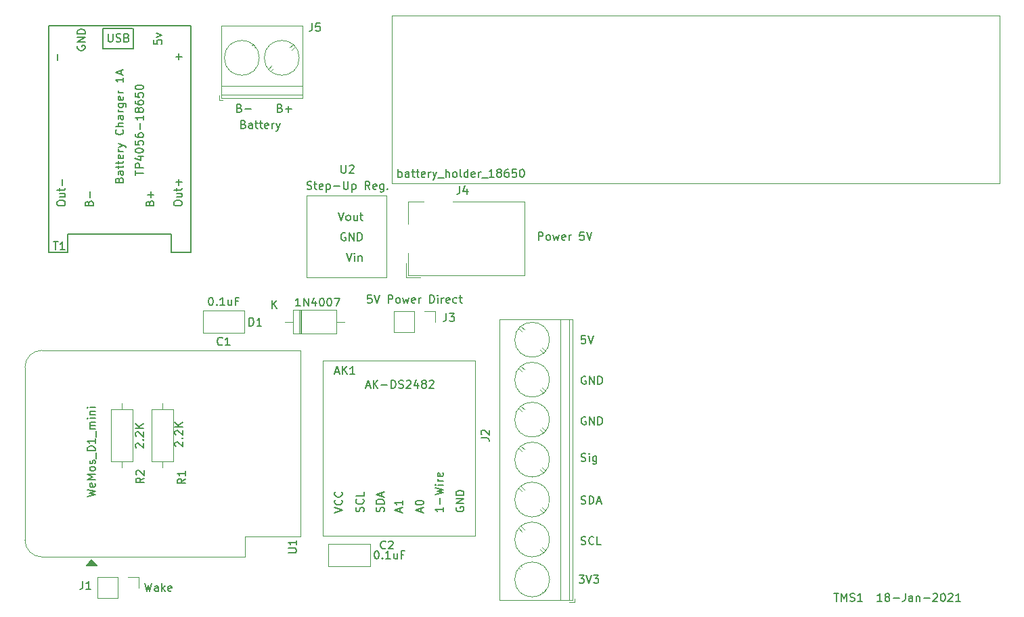
<source format=gbr>
%TF.GenerationSoftware,KiCad,Pcbnew,(5.1.9)-1*%
%TF.CreationDate,2021-01-18T22:12:50-06:00*%
%TF.ProjectId,TMS1,544d5331-2e6b-4696-9361-645f70636258,rev?*%
%TF.SameCoordinates,Original*%
%TF.FileFunction,Legend,Top*%
%TF.FilePolarity,Positive*%
%FSLAX46Y46*%
G04 Gerber Fmt 4.6, Leading zero omitted, Abs format (unit mm)*
G04 Created by KiCad (PCBNEW (5.1.9)-1) date 2021-01-18 22:12:50*
%MOMM*%
%LPD*%
G01*
G04 APERTURE LIST*
%ADD10C,0.150000*%
%ADD11C,0.120000*%
G04 APERTURE END LIST*
D10*
X152575619Y-123404380D02*
X153147047Y-123404380D01*
X152861333Y-124404380D02*
X152861333Y-123404380D01*
X153480380Y-124404380D02*
X153480380Y-123404380D01*
X153813714Y-124118666D01*
X154147047Y-123404380D01*
X154147047Y-124404380D01*
X154575619Y-124356761D02*
X154718476Y-124404380D01*
X154956571Y-124404380D01*
X155051809Y-124356761D01*
X155099428Y-124309142D01*
X155147047Y-124213904D01*
X155147047Y-124118666D01*
X155099428Y-124023428D01*
X155051809Y-123975809D01*
X154956571Y-123928190D01*
X154766095Y-123880571D01*
X154670857Y-123832952D01*
X154623238Y-123785333D01*
X154575619Y-123690095D01*
X154575619Y-123594857D01*
X154623238Y-123499619D01*
X154670857Y-123452000D01*
X154766095Y-123404380D01*
X155004190Y-123404380D01*
X155147047Y-123452000D01*
X156099428Y-124404380D02*
X155528000Y-124404380D01*
X155813714Y-124404380D02*
X155813714Y-123404380D01*
X155718476Y-123547238D01*
X155623238Y-123642476D01*
X155528000Y-123690095D01*
X158575619Y-124404380D02*
X158004190Y-124404380D01*
X158289904Y-124404380D02*
X158289904Y-123404380D01*
X158194666Y-123547238D01*
X158099428Y-123642476D01*
X158004190Y-123690095D01*
X159147047Y-123832952D02*
X159051809Y-123785333D01*
X159004190Y-123737714D01*
X158956571Y-123642476D01*
X158956571Y-123594857D01*
X159004190Y-123499619D01*
X159051809Y-123452000D01*
X159147047Y-123404380D01*
X159337523Y-123404380D01*
X159432761Y-123452000D01*
X159480380Y-123499619D01*
X159528000Y-123594857D01*
X159528000Y-123642476D01*
X159480380Y-123737714D01*
X159432761Y-123785333D01*
X159337523Y-123832952D01*
X159147047Y-123832952D01*
X159051809Y-123880571D01*
X159004190Y-123928190D01*
X158956571Y-124023428D01*
X158956571Y-124213904D01*
X159004190Y-124309142D01*
X159051809Y-124356761D01*
X159147047Y-124404380D01*
X159337523Y-124404380D01*
X159432761Y-124356761D01*
X159480380Y-124309142D01*
X159528000Y-124213904D01*
X159528000Y-124023428D01*
X159480380Y-123928190D01*
X159432761Y-123880571D01*
X159337523Y-123832952D01*
X159956571Y-124023428D02*
X160718476Y-124023428D01*
X161480380Y-123404380D02*
X161480380Y-124118666D01*
X161432761Y-124261523D01*
X161337523Y-124356761D01*
X161194666Y-124404380D01*
X161099428Y-124404380D01*
X162385142Y-124404380D02*
X162385142Y-123880571D01*
X162337523Y-123785333D01*
X162242285Y-123737714D01*
X162051809Y-123737714D01*
X161956571Y-123785333D01*
X162385142Y-124356761D02*
X162289904Y-124404380D01*
X162051809Y-124404380D01*
X161956571Y-124356761D01*
X161908952Y-124261523D01*
X161908952Y-124166285D01*
X161956571Y-124071047D01*
X162051809Y-124023428D01*
X162289904Y-124023428D01*
X162385142Y-123975809D01*
X162861333Y-123737714D02*
X162861333Y-124404380D01*
X162861333Y-123832952D02*
X162908952Y-123785333D01*
X163004190Y-123737714D01*
X163147047Y-123737714D01*
X163242285Y-123785333D01*
X163289904Y-123880571D01*
X163289904Y-124404380D01*
X163766095Y-124023428D02*
X164528000Y-124023428D01*
X164956571Y-123499619D02*
X165004190Y-123452000D01*
X165099428Y-123404380D01*
X165337523Y-123404380D01*
X165432761Y-123452000D01*
X165480380Y-123499619D01*
X165528000Y-123594857D01*
X165528000Y-123690095D01*
X165480380Y-123832952D01*
X164908952Y-124404380D01*
X165528000Y-124404380D01*
X166147047Y-123404380D02*
X166242285Y-123404380D01*
X166337523Y-123452000D01*
X166385142Y-123499619D01*
X166432761Y-123594857D01*
X166480380Y-123785333D01*
X166480380Y-124023428D01*
X166432761Y-124213904D01*
X166385142Y-124309142D01*
X166337523Y-124356761D01*
X166242285Y-124404380D01*
X166147047Y-124404380D01*
X166051809Y-124356761D01*
X166004190Y-124309142D01*
X165956571Y-124213904D01*
X165908952Y-124023428D01*
X165908952Y-123785333D01*
X165956571Y-123594857D01*
X166004190Y-123499619D01*
X166051809Y-123452000D01*
X166147047Y-123404380D01*
X166861333Y-123499619D02*
X166908952Y-123452000D01*
X167004190Y-123404380D01*
X167242285Y-123404380D01*
X167337523Y-123452000D01*
X167385142Y-123499619D01*
X167432761Y-123594857D01*
X167432761Y-123690095D01*
X167385142Y-123832952D01*
X166813714Y-124404380D01*
X167432761Y-124404380D01*
X168385142Y-124404380D02*
X167813714Y-124404380D01*
X168099428Y-124404380D02*
X168099428Y-123404380D01*
X168004190Y-123547238D01*
X167908952Y-123642476D01*
X167813714Y-123690095D01*
X83272380Y-62666571D02*
X83415238Y-62714190D01*
X83462857Y-62761809D01*
X83510476Y-62857047D01*
X83510476Y-62999904D01*
X83462857Y-63095142D01*
X83415238Y-63142761D01*
X83320000Y-63190380D01*
X82939047Y-63190380D01*
X82939047Y-62190380D01*
X83272380Y-62190380D01*
X83367619Y-62238000D01*
X83415238Y-62285619D01*
X83462857Y-62380857D01*
X83462857Y-62476095D01*
X83415238Y-62571333D01*
X83367619Y-62618952D01*
X83272380Y-62666571D01*
X82939047Y-62666571D01*
X83939047Y-62809428D02*
X84700952Y-62809428D01*
X84320000Y-63190380D02*
X84320000Y-62428476D01*
X78192380Y-62666571D02*
X78335238Y-62714190D01*
X78382857Y-62761809D01*
X78430476Y-62857047D01*
X78430476Y-62999904D01*
X78382857Y-63095142D01*
X78335238Y-63142761D01*
X78240000Y-63190380D01*
X77859047Y-63190380D01*
X77859047Y-62190380D01*
X78192380Y-62190380D01*
X78287619Y-62238000D01*
X78335238Y-62285619D01*
X78382857Y-62380857D01*
X78382857Y-62476095D01*
X78335238Y-62571333D01*
X78287619Y-62618952D01*
X78192380Y-62666571D01*
X77859047Y-62666571D01*
X78859047Y-62809428D02*
X79620952Y-62809428D01*
X121467619Y-91146380D02*
X120991429Y-91146380D01*
X120943810Y-91622571D01*
X120991429Y-91574952D01*
X121086667Y-91527333D01*
X121324762Y-91527333D01*
X121420000Y-91574952D01*
X121467619Y-91622571D01*
X121515238Y-91717809D01*
X121515238Y-91955904D01*
X121467619Y-92051142D01*
X121420000Y-92098761D01*
X121324762Y-92146380D01*
X121086667Y-92146380D01*
X120991429Y-92098761D01*
X120943810Y-92051142D01*
X121800953Y-91146380D02*
X122134286Y-92146380D01*
X122467619Y-91146380D01*
X120681904Y-121118380D02*
X121300952Y-121118380D01*
X120967619Y-121499333D01*
X121110476Y-121499333D01*
X121205714Y-121546952D01*
X121253333Y-121594571D01*
X121300952Y-121689809D01*
X121300952Y-121927904D01*
X121253333Y-122023142D01*
X121205714Y-122070761D01*
X121110476Y-122118380D01*
X120824761Y-122118380D01*
X120729523Y-122070761D01*
X120681904Y-122023142D01*
X121586666Y-121118380D02*
X121920000Y-122118380D01*
X122253333Y-121118380D01*
X122491428Y-121118380D02*
X123110476Y-121118380D01*
X122777142Y-121499333D01*
X122920000Y-121499333D01*
X123015238Y-121546952D01*
X123062857Y-121594571D01*
X123110476Y-121689809D01*
X123110476Y-121927904D01*
X123062857Y-122023142D01*
X123015238Y-122070761D01*
X122920000Y-122118380D01*
X122634285Y-122118380D01*
X122539047Y-122070761D01*
X122491428Y-122023142D01*
X120943809Y-117244761D02*
X121086666Y-117292380D01*
X121324762Y-117292380D01*
X121420000Y-117244761D01*
X121467619Y-117197142D01*
X121515238Y-117101904D01*
X121515238Y-117006666D01*
X121467619Y-116911428D01*
X121420000Y-116863809D01*
X121324762Y-116816190D01*
X121134286Y-116768571D01*
X121039047Y-116720952D01*
X120991428Y-116673333D01*
X120943809Y-116578095D01*
X120943809Y-116482857D01*
X120991428Y-116387619D01*
X121039047Y-116340000D01*
X121134286Y-116292380D01*
X121372381Y-116292380D01*
X121515238Y-116340000D01*
X122515238Y-117197142D02*
X122467619Y-117244761D01*
X122324762Y-117292380D01*
X122229524Y-117292380D01*
X122086666Y-117244761D01*
X121991428Y-117149523D01*
X121943809Y-117054285D01*
X121896190Y-116863809D01*
X121896190Y-116720952D01*
X121943809Y-116530476D01*
X121991428Y-116435238D01*
X122086666Y-116340000D01*
X122229524Y-116292380D01*
X122324762Y-116292380D01*
X122467619Y-116340000D01*
X122515238Y-116387619D01*
X123420000Y-117292380D02*
X122943809Y-117292380D01*
X122943809Y-116292380D01*
X120943810Y-112164761D02*
X121086667Y-112212380D01*
X121324762Y-112212380D01*
X121420000Y-112164761D01*
X121467619Y-112117142D01*
X121515238Y-112021904D01*
X121515238Y-111926666D01*
X121467619Y-111831428D01*
X121420000Y-111783809D01*
X121324762Y-111736190D01*
X121134286Y-111688571D01*
X121039048Y-111640952D01*
X120991429Y-111593333D01*
X120943810Y-111498095D01*
X120943810Y-111402857D01*
X120991429Y-111307619D01*
X121039048Y-111260000D01*
X121134286Y-111212380D01*
X121372381Y-111212380D01*
X121515238Y-111260000D01*
X121943810Y-112212380D02*
X121943810Y-111212380D01*
X122181905Y-111212380D01*
X122324762Y-111260000D01*
X122420000Y-111355238D01*
X122467619Y-111450476D01*
X122515238Y-111640952D01*
X122515238Y-111783809D01*
X122467619Y-111974285D01*
X122420000Y-112069523D01*
X122324762Y-112164761D01*
X122181905Y-112212380D01*
X121943810Y-112212380D01*
X122896191Y-111926666D02*
X123372381Y-111926666D01*
X122800953Y-112212380D02*
X123134286Y-111212380D01*
X123467619Y-112212380D01*
X120943809Y-106830761D02*
X121086666Y-106878380D01*
X121324761Y-106878380D01*
X121420000Y-106830761D01*
X121467619Y-106783142D01*
X121515238Y-106687904D01*
X121515238Y-106592666D01*
X121467619Y-106497428D01*
X121420000Y-106449809D01*
X121324761Y-106402190D01*
X121134285Y-106354571D01*
X121039047Y-106306952D01*
X120991428Y-106259333D01*
X120943809Y-106164095D01*
X120943809Y-106068857D01*
X120991428Y-105973619D01*
X121039047Y-105926000D01*
X121134285Y-105878380D01*
X121372380Y-105878380D01*
X121515238Y-105926000D01*
X121943809Y-106878380D02*
X121943809Y-106211714D01*
X121943809Y-105878380D02*
X121896190Y-105926000D01*
X121943809Y-105973619D01*
X121991428Y-105926000D01*
X121943809Y-105878380D01*
X121943809Y-105973619D01*
X122848571Y-106211714D02*
X122848571Y-107021238D01*
X122800952Y-107116476D01*
X122753333Y-107164095D01*
X122658095Y-107211714D01*
X122515238Y-107211714D01*
X122420000Y-107164095D01*
X122848571Y-106830761D02*
X122753333Y-106878380D01*
X122562857Y-106878380D01*
X122467619Y-106830761D01*
X122420000Y-106783142D01*
X122372380Y-106687904D01*
X122372380Y-106402190D01*
X122420000Y-106306952D01*
X122467619Y-106259333D01*
X122562857Y-106211714D01*
X122753333Y-106211714D01*
X122848571Y-106259333D01*
X121515238Y-101354000D02*
X121420000Y-101306380D01*
X121277143Y-101306380D01*
X121134285Y-101354000D01*
X121039047Y-101449238D01*
X120991428Y-101544476D01*
X120943809Y-101734952D01*
X120943809Y-101877809D01*
X120991428Y-102068285D01*
X121039047Y-102163523D01*
X121134285Y-102258761D01*
X121277143Y-102306380D01*
X121372381Y-102306380D01*
X121515238Y-102258761D01*
X121562857Y-102211142D01*
X121562857Y-101877809D01*
X121372381Y-101877809D01*
X121991428Y-102306380D02*
X121991428Y-101306380D01*
X122562857Y-102306380D01*
X122562857Y-101306380D01*
X123039047Y-102306380D02*
X123039047Y-101306380D01*
X123277143Y-101306380D01*
X123420000Y-101354000D01*
X123515238Y-101449238D01*
X123562857Y-101544476D01*
X123610476Y-101734952D01*
X123610476Y-101877809D01*
X123562857Y-102068285D01*
X123515238Y-102163523D01*
X123420000Y-102258761D01*
X123277143Y-102306380D01*
X123039047Y-102306380D01*
X121515238Y-96274000D02*
X121420000Y-96226380D01*
X121277143Y-96226380D01*
X121134285Y-96274000D01*
X121039047Y-96369238D01*
X120991428Y-96464476D01*
X120943809Y-96654952D01*
X120943809Y-96797809D01*
X120991428Y-96988285D01*
X121039047Y-97083523D01*
X121134285Y-97178761D01*
X121277143Y-97226380D01*
X121372381Y-97226380D01*
X121515238Y-97178761D01*
X121562857Y-97131142D01*
X121562857Y-96797809D01*
X121372381Y-96797809D01*
X121991428Y-97226380D02*
X121991428Y-96226380D01*
X122562857Y-97226380D01*
X122562857Y-96226380D01*
X123039047Y-97226380D02*
X123039047Y-96226380D01*
X123277143Y-96226380D01*
X123420000Y-96274000D01*
X123515238Y-96369238D01*
X123562857Y-96464476D01*
X123610476Y-96654952D01*
X123610476Y-96797809D01*
X123562857Y-96988285D01*
X123515238Y-97083523D01*
X123420000Y-97178761D01*
X123277143Y-97226380D01*
X123039047Y-97226380D01*
D11*
%TO.C,J5*%
X80666000Y-56388000D02*
G75*
G03*
X80666000Y-56388000I-2180000J0D01*
G01*
X85666000Y-56388000D02*
G75*
G03*
X85666000Y-56388000I-2180000J0D01*
G01*
X75926000Y-60988000D02*
X86046000Y-60988000D01*
X75926000Y-59888000D02*
X86046000Y-59888000D01*
X75926000Y-52328000D02*
X86046000Y-52328000D01*
X75926000Y-61448000D02*
X86046000Y-61448000D01*
X75926000Y-52328000D02*
X75926000Y-61448000D01*
X86046000Y-52328000D02*
X86046000Y-61448000D01*
X80140000Y-55000000D02*
X80033000Y-55107000D01*
X77204000Y-57935000D02*
X77098000Y-58042000D01*
X79874000Y-54734000D02*
X79767000Y-54841000D01*
X76938000Y-57669000D02*
X76832000Y-57776000D01*
X85140000Y-55000000D02*
X84745000Y-55396000D01*
X82479000Y-57662000D02*
X82099000Y-58042000D01*
X84874000Y-54734000D02*
X84494000Y-55114000D01*
X82228000Y-57380000D02*
X81833000Y-57776000D01*
X75686000Y-61048000D02*
X75686000Y-61688000D01*
X75686000Y-61688000D02*
X76086000Y-61688000D01*
%TO.C,J2*%
X116988000Y-121666000D02*
G75*
G03*
X116988000Y-121666000I-2180000J0D01*
G01*
X116988000Y-116666000D02*
G75*
G03*
X116988000Y-116666000I-2180000J0D01*
G01*
X116988000Y-111666000D02*
G75*
G03*
X116988000Y-111666000I-2180000J0D01*
G01*
X116988000Y-106666000D02*
G75*
G03*
X116988000Y-106666000I-2180000J0D01*
G01*
X116988000Y-101666000D02*
G75*
G03*
X116988000Y-101666000I-2180000J0D01*
G01*
X116988000Y-96666000D02*
G75*
G03*
X116988000Y-96666000I-2180000J0D01*
G01*
X116988000Y-91666000D02*
G75*
G03*
X116988000Y-91666000I-2180000J0D01*
G01*
X119408000Y-124226000D02*
X119408000Y-89106000D01*
X118308000Y-124226000D02*
X118308000Y-89106000D01*
X110748000Y-124226000D02*
X110748000Y-89106000D01*
X119868000Y-124226000D02*
X119868000Y-89106000D01*
X110748000Y-124226000D02*
X119868000Y-124226000D01*
X110748000Y-89106000D02*
X119868000Y-89106000D01*
X113420000Y-120012000D02*
X113527000Y-120119000D01*
X116355000Y-122948000D02*
X116462000Y-123054000D01*
X113154000Y-120278000D02*
X113261000Y-120385000D01*
X116089000Y-123214000D02*
X116196000Y-123320000D01*
X113420000Y-115012000D02*
X113816000Y-115407000D01*
X116082000Y-117673000D02*
X116462000Y-118053000D01*
X113154000Y-115278000D02*
X113534000Y-115658000D01*
X115800000Y-117924000D02*
X116196000Y-118319000D01*
X113420000Y-110012000D02*
X113816000Y-110407000D01*
X116082000Y-112673000D02*
X116462000Y-113053000D01*
X113154000Y-110278000D02*
X113534000Y-110658000D01*
X115800000Y-112924000D02*
X116196000Y-113319000D01*
X113420000Y-105012000D02*
X113816000Y-105407000D01*
X116082000Y-107673000D02*
X116462000Y-108053000D01*
X113154000Y-105278000D02*
X113534000Y-105658000D01*
X115800000Y-107924000D02*
X116196000Y-108319000D01*
X113420000Y-100012000D02*
X113816000Y-100407000D01*
X116082000Y-102673000D02*
X116462000Y-103053000D01*
X113154000Y-100278000D02*
X113534000Y-100658000D01*
X115800000Y-102924000D02*
X116196000Y-103319000D01*
X113420000Y-95012000D02*
X113816000Y-95407000D01*
X116082000Y-97673000D02*
X116462000Y-98053000D01*
X113154000Y-95278000D02*
X113534000Y-95658000D01*
X115800000Y-97924000D02*
X116196000Y-98319000D01*
X113420000Y-90012000D02*
X113816000Y-90407000D01*
X116082000Y-92673000D02*
X116462000Y-93053000D01*
X113154000Y-90278000D02*
X113534000Y-90658000D01*
X115800000Y-92924000D02*
X116196000Y-93319000D01*
X119468000Y-124466000D02*
X120108000Y-124466000D01*
X120108000Y-124466000D02*
X120108000Y-124066000D01*
%TO.C, *%
X97282000Y-51054000D02*
X97282000Y-72054000D01*
X97282000Y-72054000D02*
X173282000Y-72054000D01*
X173282000Y-51054000D02*
X173282000Y-72054000D01*
X97282000Y-51054000D02*
X173282000Y-51054000D01*
%TO.C,D1*%
X84910000Y-87938000D02*
X84910000Y-90878000D01*
X84910000Y-90878000D02*
X90350000Y-90878000D01*
X90350000Y-90878000D02*
X90350000Y-87938000D01*
X90350000Y-87938000D02*
X84910000Y-87938000D01*
X83890000Y-89408000D02*
X84910000Y-89408000D01*
X91370000Y-89408000D02*
X90350000Y-89408000D01*
X85810000Y-87938000D02*
X85810000Y-90878000D01*
X85930000Y-87938000D02*
X85930000Y-90878000D01*
X85690000Y-87938000D02*
X85690000Y-90878000D01*
%TO.C,J3*%
X97476000Y-88078000D02*
X97476000Y-90738000D01*
X100076000Y-88078000D02*
X97476000Y-88078000D01*
X100076000Y-90738000D02*
X97476000Y-90738000D01*
X100076000Y-88078000D02*
X100076000Y-90738000D01*
X101346000Y-88078000D02*
X102676000Y-88078000D01*
X102676000Y-88078000D02*
X102676000Y-89408000D01*
%TO.C,J4*%
X104876000Y-74394000D02*
X113876000Y-74394000D01*
X113876000Y-74394000D02*
X113876000Y-83594000D01*
X113876000Y-83594000D02*
X99276000Y-83594000D01*
X99276000Y-83594000D02*
X99276000Y-80794000D01*
X99276000Y-77194000D02*
X99276000Y-74394000D01*
X99276000Y-74394000D02*
X101276000Y-74394000D01*
X100776000Y-83834000D02*
X99036000Y-83834000D01*
X99036000Y-83834000D02*
X99036000Y-82094000D01*
%TO.C,U1*%
X85810000Y-116308000D02*
X85810000Y-92988000D01*
X78910000Y-118848000D02*
X53480000Y-118848000D01*
X85810000Y-92988000D02*
X53480000Y-92988000D01*
X51350000Y-95108000D02*
X51350000Y-116718000D01*
D10*
G36*
X59055000Y-119888000D02*
G01*
X60325000Y-119888000D01*
X59690000Y-119253000D01*
X59055000Y-119888000D01*
G37*
X59055000Y-119888000D02*
X60325000Y-119888000D01*
X59690000Y-119253000D01*
X59055000Y-119888000D01*
D11*
X78910000Y-118848000D02*
X78910000Y-116308000D01*
X78910000Y-116308000D02*
X85810000Y-116308000D01*
X51350000Y-95118000D02*
G75*
G02*
X53480000Y-92988000I2130000J0D01*
G01*
X53480000Y-118848000D02*
G75*
G02*
X51350000Y-116718000I0J2130000D01*
G01*
%TO.C,U2*%
X86614000Y-83820000D02*
X86614000Y-73620000D01*
X96614000Y-83820000D02*
X96614000Y-73620000D01*
X86614000Y-73620000D02*
X96614000Y-73620000D01*
X86614000Y-83820000D02*
X96614000Y-83820000D01*
D10*
%TO.C,T1*%
X72136000Y-52324000D02*
X72136000Y-78624000D01*
X61136000Y-52724000D02*
X64836000Y-52724000D01*
X61136000Y-55224000D02*
X61136000Y-52724000D01*
X64936000Y-55224000D02*
X61136000Y-55224000D01*
X64936000Y-52724000D02*
X64936000Y-55224000D01*
X54336000Y-52324000D02*
X72136000Y-52324000D01*
X54336000Y-80724000D02*
X54336000Y-52324000D01*
X56436000Y-80724000D02*
X54336000Y-80724000D01*
X69636000Y-80724000D02*
X69636000Y-78424000D01*
X72136000Y-80724000D02*
X69636000Y-80724000D01*
X72136000Y-78624000D02*
X72136000Y-80724000D01*
X56736000Y-80724000D02*
X56436000Y-80724000D01*
X56736000Y-78624000D02*
X56736000Y-80724000D01*
X56736000Y-78424000D02*
X56736000Y-78724000D01*
X69636000Y-78424000D02*
X56736000Y-78424000D01*
D11*
%TO.C,R2*%
X63500000Y-99592000D02*
X63500000Y-100362000D01*
X63500000Y-107672000D02*
X63500000Y-106902000D01*
X62130000Y-100362000D02*
X62130000Y-106902000D01*
X64870000Y-100362000D02*
X62130000Y-100362000D01*
X64870000Y-106902000D02*
X64870000Y-100362000D01*
X62130000Y-106902000D02*
X64870000Y-106902000D01*
%TO.C,R1*%
X68580000Y-99592000D02*
X68580000Y-100362000D01*
X68580000Y-107672000D02*
X68580000Y-106902000D01*
X67210000Y-100362000D02*
X67210000Y-106902000D01*
X69950000Y-100362000D02*
X67210000Y-100362000D01*
X69950000Y-106902000D02*
X69950000Y-100362000D01*
X67210000Y-106902000D02*
X69950000Y-106902000D01*
%TO.C,J1*%
X60392000Y-121352000D02*
X60392000Y-124012000D01*
X62992000Y-121352000D02*
X60392000Y-121352000D01*
X62992000Y-124012000D02*
X60392000Y-124012000D01*
X62992000Y-121352000D02*
X62992000Y-124012000D01*
X64262000Y-121352000D02*
X65592000Y-121352000D01*
X65592000Y-121352000D02*
X65592000Y-122682000D01*
%TO.C,C2*%
X89308000Y-117248000D02*
X94548000Y-117248000D01*
X89308000Y-119988000D02*
X94548000Y-119988000D01*
X89308000Y-117248000D02*
X89308000Y-119988000D01*
X94548000Y-117248000D02*
X94548000Y-119988000D01*
%TO.C,C1*%
X78840000Y-90778000D02*
X73600000Y-90778000D01*
X78840000Y-88038000D02*
X73600000Y-88038000D01*
X78840000Y-90778000D02*
X78840000Y-88038000D01*
X73600000Y-90778000D02*
X73600000Y-88038000D01*
%TO.C,AK1*%
X88646000Y-94234000D02*
X107646000Y-94234000D01*
X107646000Y-94234000D02*
X107646000Y-116234000D01*
X88646000Y-116234000D02*
X107646000Y-116234000D01*
X88646000Y-94234000D02*
X88646000Y-116234000D01*
%TO.C,J5*%
D10*
X87296666Y-52030380D02*
X87296666Y-52744666D01*
X87249047Y-52887523D01*
X87153809Y-52982761D01*
X87010952Y-53030380D01*
X86915714Y-53030380D01*
X88249047Y-52030380D02*
X87772857Y-52030380D01*
X87725238Y-52506571D01*
X87772857Y-52458952D01*
X87868095Y-52411333D01*
X88106190Y-52411333D01*
X88201428Y-52458952D01*
X88249047Y-52506571D01*
X88296666Y-52601809D01*
X88296666Y-52839904D01*
X88249047Y-52935142D01*
X88201428Y-52982761D01*
X88106190Y-53030380D01*
X87868095Y-53030380D01*
X87772857Y-52982761D01*
X87725238Y-52935142D01*
X78700571Y-64698571D02*
X78843428Y-64746190D01*
X78891047Y-64793809D01*
X78938666Y-64889047D01*
X78938666Y-65031904D01*
X78891047Y-65127142D01*
X78843428Y-65174761D01*
X78748190Y-65222380D01*
X78367238Y-65222380D01*
X78367238Y-64222380D01*
X78700571Y-64222380D01*
X78795809Y-64270000D01*
X78843428Y-64317619D01*
X78891047Y-64412857D01*
X78891047Y-64508095D01*
X78843428Y-64603333D01*
X78795809Y-64650952D01*
X78700571Y-64698571D01*
X78367238Y-64698571D01*
X79795809Y-65222380D02*
X79795809Y-64698571D01*
X79748190Y-64603333D01*
X79652952Y-64555714D01*
X79462476Y-64555714D01*
X79367238Y-64603333D01*
X79795809Y-65174761D02*
X79700571Y-65222380D01*
X79462476Y-65222380D01*
X79367238Y-65174761D01*
X79319619Y-65079523D01*
X79319619Y-64984285D01*
X79367238Y-64889047D01*
X79462476Y-64841428D01*
X79700571Y-64841428D01*
X79795809Y-64793809D01*
X80129142Y-64555714D02*
X80510095Y-64555714D01*
X80272000Y-64222380D02*
X80272000Y-65079523D01*
X80319619Y-65174761D01*
X80414857Y-65222380D01*
X80510095Y-65222380D01*
X80700571Y-64555714D02*
X81081523Y-64555714D01*
X80843428Y-64222380D02*
X80843428Y-65079523D01*
X80891047Y-65174761D01*
X80986285Y-65222380D01*
X81081523Y-65222380D01*
X81795809Y-65174761D02*
X81700571Y-65222380D01*
X81510095Y-65222380D01*
X81414857Y-65174761D01*
X81367238Y-65079523D01*
X81367238Y-64698571D01*
X81414857Y-64603333D01*
X81510095Y-64555714D01*
X81700571Y-64555714D01*
X81795809Y-64603333D01*
X81843428Y-64698571D01*
X81843428Y-64793809D01*
X81367238Y-64889047D01*
X82272000Y-65222380D02*
X82272000Y-64555714D01*
X82272000Y-64746190D02*
X82319619Y-64650952D01*
X82367238Y-64603333D01*
X82462476Y-64555714D01*
X82557714Y-64555714D01*
X82795809Y-64555714D02*
X83033904Y-65222380D01*
X83272000Y-64555714D02*
X83033904Y-65222380D01*
X82938666Y-65460476D01*
X82891047Y-65508095D01*
X82795809Y-65555714D01*
%TO.C,J2*%
X108418380Y-103965333D02*
X109132666Y-103965333D01*
X109275523Y-104012952D01*
X109370761Y-104108190D01*
X109418380Y-104251047D01*
X109418380Y-104346285D01*
X108513619Y-103536761D02*
X108466000Y-103489142D01*
X108418380Y-103393904D01*
X108418380Y-103155809D01*
X108466000Y-103060571D01*
X108513619Y-103012952D01*
X108608857Y-102965333D01*
X108704095Y-102965333D01*
X108846952Y-103012952D01*
X109418380Y-103584380D01*
X109418380Y-102965333D01*
%TO.C, *%
X98060857Y-71318380D02*
X98060857Y-70318380D01*
X98060857Y-70699333D02*
X98156095Y-70651714D01*
X98346571Y-70651714D01*
X98441809Y-70699333D01*
X98489428Y-70746952D01*
X98537047Y-70842190D01*
X98537047Y-71127904D01*
X98489428Y-71223142D01*
X98441809Y-71270761D01*
X98346571Y-71318380D01*
X98156095Y-71318380D01*
X98060857Y-71270761D01*
X99394190Y-71318380D02*
X99394190Y-70794571D01*
X99346571Y-70699333D01*
X99251333Y-70651714D01*
X99060857Y-70651714D01*
X98965619Y-70699333D01*
X99394190Y-71270761D02*
X99298952Y-71318380D01*
X99060857Y-71318380D01*
X98965619Y-71270761D01*
X98918000Y-71175523D01*
X98918000Y-71080285D01*
X98965619Y-70985047D01*
X99060857Y-70937428D01*
X99298952Y-70937428D01*
X99394190Y-70889809D01*
X99727523Y-70651714D02*
X100108476Y-70651714D01*
X99870380Y-70318380D02*
X99870380Y-71175523D01*
X99918000Y-71270761D01*
X100013238Y-71318380D01*
X100108476Y-71318380D01*
X100298952Y-70651714D02*
X100679904Y-70651714D01*
X100441809Y-70318380D02*
X100441809Y-71175523D01*
X100489428Y-71270761D01*
X100584666Y-71318380D01*
X100679904Y-71318380D01*
X101394190Y-71270761D02*
X101298952Y-71318380D01*
X101108476Y-71318380D01*
X101013238Y-71270761D01*
X100965619Y-71175523D01*
X100965619Y-70794571D01*
X101013238Y-70699333D01*
X101108476Y-70651714D01*
X101298952Y-70651714D01*
X101394190Y-70699333D01*
X101441809Y-70794571D01*
X101441809Y-70889809D01*
X100965619Y-70985047D01*
X101870380Y-71318380D02*
X101870380Y-70651714D01*
X101870380Y-70842190D02*
X101918000Y-70746952D01*
X101965619Y-70699333D01*
X102060857Y-70651714D01*
X102156095Y-70651714D01*
X102394190Y-70651714D02*
X102632285Y-71318380D01*
X102870380Y-70651714D02*
X102632285Y-71318380D01*
X102537047Y-71556476D01*
X102489428Y-71604095D01*
X102394190Y-71651714D01*
X103013238Y-71413619D02*
X103775142Y-71413619D01*
X104013238Y-71318380D02*
X104013238Y-70318380D01*
X104441809Y-71318380D02*
X104441809Y-70794571D01*
X104394190Y-70699333D01*
X104298952Y-70651714D01*
X104156095Y-70651714D01*
X104060857Y-70699333D01*
X104013238Y-70746952D01*
X105060857Y-71318380D02*
X104965619Y-71270761D01*
X104918000Y-71223142D01*
X104870380Y-71127904D01*
X104870380Y-70842190D01*
X104918000Y-70746952D01*
X104965619Y-70699333D01*
X105060857Y-70651714D01*
X105203714Y-70651714D01*
X105298952Y-70699333D01*
X105346571Y-70746952D01*
X105394190Y-70842190D01*
X105394190Y-71127904D01*
X105346571Y-71223142D01*
X105298952Y-71270761D01*
X105203714Y-71318380D01*
X105060857Y-71318380D01*
X105965619Y-71318380D02*
X105870380Y-71270761D01*
X105822761Y-71175523D01*
X105822761Y-70318380D01*
X106775142Y-71318380D02*
X106775142Y-70318380D01*
X106775142Y-71270761D02*
X106679904Y-71318380D01*
X106489428Y-71318380D01*
X106394190Y-71270761D01*
X106346571Y-71223142D01*
X106298952Y-71127904D01*
X106298952Y-70842190D01*
X106346571Y-70746952D01*
X106394190Y-70699333D01*
X106489428Y-70651714D01*
X106679904Y-70651714D01*
X106775142Y-70699333D01*
X107632285Y-71270761D02*
X107537047Y-71318380D01*
X107346571Y-71318380D01*
X107251333Y-71270761D01*
X107203714Y-71175523D01*
X107203714Y-70794571D01*
X107251333Y-70699333D01*
X107346571Y-70651714D01*
X107537047Y-70651714D01*
X107632285Y-70699333D01*
X107679904Y-70794571D01*
X107679904Y-70889809D01*
X107203714Y-70985047D01*
X108108476Y-71318380D02*
X108108476Y-70651714D01*
X108108476Y-70842190D02*
X108156095Y-70746952D01*
X108203714Y-70699333D01*
X108298952Y-70651714D01*
X108394190Y-70651714D01*
X108489428Y-71413619D02*
X109251333Y-71413619D01*
X110013238Y-71318380D02*
X109441809Y-71318380D01*
X109727523Y-71318380D02*
X109727523Y-70318380D01*
X109632285Y-70461238D01*
X109537047Y-70556476D01*
X109441809Y-70604095D01*
X110584666Y-70746952D02*
X110489428Y-70699333D01*
X110441809Y-70651714D01*
X110394190Y-70556476D01*
X110394190Y-70508857D01*
X110441809Y-70413619D01*
X110489428Y-70366000D01*
X110584666Y-70318380D01*
X110775142Y-70318380D01*
X110870380Y-70366000D01*
X110918000Y-70413619D01*
X110965619Y-70508857D01*
X110965619Y-70556476D01*
X110918000Y-70651714D01*
X110870380Y-70699333D01*
X110775142Y-70746952D01*
X110584666Y-70746952D01*
X110489428Y-70794571D01*
X110441809Y-70842190D01*
X110394190Y-70937428D01*
X110394190Y-71127904D01*
X110441809Y-71223142D01*
X110489428Y-71270761D01*
X110584666Y-71318380D01*
X110775142Y-71318380D01*
X110870380Y-71270761D01*
X110918000Y-71223142D01*
X110965619Y-71127904D01*
X110965619Y-70937428D01*
X110918000Y-70842190D01*
X110870380Y-70794571D01*
X110775142Y-70746952D01*
X111822761Y-70318380D02*
X111632285Y-70318380D01*
X111537047Y-70366000D01*
X111489428Y-70413619D01*
X111394190Y-70556476D01*
X111346571Y-70746952D01*
X111346571Y-71127904D01*
X111394190Y-71223142D01*
X111441809Y-71270761D01*
X111537047Y-71318380D01*
X111727523Y-71318380D01*
X111822761Y-71270761D01*
X111870380Y-71223142D01*
X111918000Y-71127904D01*
X111918000Y-70889809D01*
X111870380Y-70794571D01*
X111822761Y-70746952D01*
X111727523Y-70699333D01*
X111537047Y-70699333D01*
X111441809Y-70746952D01*
X111394190Y-70794571D01*
X111346571Y-70889809D01*
X112822761Y-70318380D02*
X112346571Y-70318380D01*
X112298952Y-70794571D01*
X112346571Y-70746952D01*
X112441809Y-70699333D01*
X112679904Y-70699333D01*
X112775142Y-70746952D01*
X112822761Y-70794571D01*
X112870380Y-70889809D01*
X112870380Y-71127904D01*
X112822761Y-71223142D01*
X112775142Y-71270761D01*
X112679904Y-71318380D01*
X112441809Y-71318380D01*
X112346571Y-71270761D01*
X112298952Y-71223142D01*
X113489428Y-70318380D02*
X113584666Y-70318380D01*
X113679904Y-70366000D01*
X113727523Y-70413619D01*
X113775142Y-70508857D01*
X113822761Y-70699333D01*
X113822761Y-70937428D01*
X113775142Y-71127904D01*
X113727523Y-71223142D01*
X113679904Y-71270761D01*
X113584666Y-71318380D01*
X113489428Y-71318380D01*
X113394190Y-71270761D01*
X113346571Y-71223142D01*
X113298952Y-71127904D01*
X113251333Y-70937428D01*
X113251333Y-70699333D01*
X113298952Y-70508857D01*
X113346571Y-70413619D01*
X113394190Y-70366000D01*
X113489428Y-70318380D01*
%TO.C,D1*%
X79419224Y-89916260D02*
X79419224Y-88916260D01*
X79657320Y-88916260D01*
X79800177Y-88963880D01*
X79895415Y-89059118D01*
X79943034Y-89154356D01*
X79990653Y-89344832D01*
X79990653Y-89487689D01*
X79943034Y-89678165D01*
X79895415Y-89773403D01*
X79800177Y-89868641D01*
X79657320Y-89916260D01*
X79419224Y-89916260D01*
X80943034Y-89916260D02*
X80371605Y-89916260D01*
X80657320Y-89916260D02*
X80657320Y-88916260D01*
X80562081Y-89059118D01*
X80466843Y-89154356D01*
X80371605Y-89201975D01*
X85817342Y-87452460D02*
X85245914Y-87452460D01*
X85531628Y-87452460D02*
X85531628Y-86452460D01*
X85436390Y-86595318D01*
X85341152Y-86690556D01*
X85245914Y-86738175D01*
X86245914Y-87452460D02*
X86245914Y-86452460D01*
X86817342Y-87452460D01*
X86817342Y-86452460D01*
X87722104Y-86785794D02*
X87722104Y-87452460D01*
X87484009Y-86404841D02*
X87245914Y-87119127D01*
X87864961Y-87119127D01*
X88436390Y-86452460D02*
X88531628Y-86452460D01*
X88626866Y-86500080D01*
X88674485Y-86547699D01*
X88722104Y-86642937D01*
X88769723Y-86833413D01*
X88769723Y-87071508D01*
X88722104Y-87261984D01*
X88674485Y-87357222D01*
X88626866Y-87404841D01*
X88531628Y-87452460D01*
X88436390Y-87452460D01*
X88341152Y-87404841D01*
X88293533Y-87357222D01*
X88245914Y-87261984D01*
X88198295Y-87071508D01*
X88198295Y-86833413D01*
X88245914Y-86642937D01*
X88293533Y-86547699D01*
X88341152Y-86500080D01*
X88436390Y-86452460D01*
X89388771Y-86452460D02*
X89484009Y-86452460D01*
X89579247Y-86500080D01*
X89626866Y-86547699D01*
X89674485Y-86642937D01*
X89722104Y-86833413D01*
X89722104Y-87071508D01*
X89674485Y-87261984D01*
X89626866Y-87357222D01*
X89579247Y-87404841D01*
X89484009Y-87452460D01*
X89388771Y-87452460D01*
X89293533Y-87404841D01*
X89245914Y-87357222D01*
X89198295Y-87261984D01*
X89150676Y-87071508D01*
X89150676Y-86833413D01*
X89198295Y-86642937D01*
X89245914Y-86547699D01*
X89293533Y-86500080D01*
X89388771Y-86452460D01*
X90055438Y-86452460D02*
X90722104Y-86452460D01*
X90293533Y-87452460D01*
X82288095Y-87760380D02*
X82288095Y-86760380D01*
X82859523Y-87760380D02*
X82430952Y-87188952D01*
X82859523Y-86760380D02*
X82288095Y-87331809D01*
%TO.C,J3*%
X104060666Y-88352380D02*
X104060666Y-89066666D01*
X104013047Y-89209523D01*
X103917809Y-89304761D01*
X103774952Y-89352380D01*
X103679714Y-89352380D01*
X104441619Y-88352380D02*
X105060666Y-88352380D01*
X104727333Y-88733333D01*
X104870190Y-88733333D01*
X104965428Y-88780952D01*
X105013047Y-88828571D01*
X105060666Y-88923809D01*
X105060666Y-89161904D01*
X105013047Y-89257142D01*
X104965428Y-89304761D01*
X104870190Y-89352380D01*
X104584476Y-89352380D01*
X104489238Y-89304761D01*
X104441619Y-89257142D01*
X94718857Y-86066380D02*
X94242666Y-86066380D01*
X94195047Y-86542571D01*
X94242666Y-86494952D01*
X94337904Y-86447333D01*
X94576000Y-86447333D01*
X94671238Y-86494952D01*
X94718857Y-86542571D01*
X94766476Y-86637809D01*
X94766476Y-86875904D01*
X94718857Y-86971142D01*
X94671238Y-87018761D01*
X94576000Y-87066380D01*
X94337904Y-87066380D01*
X94242666Y-87018761D01*
X94195047Y-86971142D01*
X95052190Y-86066380D02*
X95385523Y-87066380D01*
X95718857Y-86066380D01*
X96814095Y-87066380D02*
X96814095Y-86066380D01*
X97195047Y-86066380D01*
X97290285Y-86114000D01*
X97337904Y-86161619D01*
X97385523Y-86256857D01*
X97385523Y-86399714D01*
X97337904Y-86494952D01*
X97290285Y-86542571D01*
X97195047Y-86590190D01*
X96814095Y-86590190D01*
X97956952Y-87066380D02*
X97861714Y-87018761D01*
X97814095Y-86971142D01*
X97766476Y-86875904D01*
X97766476Y-86590190D01*
X97814095Y-86494952D01*
X97861714Y-86447333D01*
X97956952Y-86399714D01*
X98099809Y-86399714D01*
X98195047Y-86447333D01*
X98242666Y-86494952D01*
X98290285Y-86590190D01*
X98290285Y-86875904D01*
X98242666Y-86971142D01*
X98195047Y-87018761D01*
X98099809Y-87066380D01*
X97956952Y-87066380D01*
X98623619Y-86399714D02*
X98814095Y-87066380D01*
X99004571Y-86590190D01*
X99195047Y-87066380D01*
X99385523Y-86399714D01*
X100147428Y-87018761D02*
X100052190Y-87066380D01*
X99861714Y-87066380D01*
X99766476Y-87018761D01*
X99718857Y-86923523D01*
X99718857Y-86542571D01*
X99766476Y-86447333D01*
X99861714Y-86399714D01*
X100052190Y-86399714D01*
X100147428Y-86447333D01*
X100195047Y-86542571D01*
X100195047Y-86637809D01*
X99718857Y-86733047D01*
X100623619Y-87066380D02*
X100623619Y-86399714D01*
X100623619Y-86590190D02*
X100671238Y-86494952D01*
X100718857Y-86447333D01*
X100814095Y-86399714D01*
X100909333Y-86399714D01*
X102004571Y-87066380D02*
X102004571Y-86066380D01*
X102242666Y-86066380D01*
X102385523Y-86114000D01*
X102480761Y-86209238D01*
X102528380Y-86304476D01*
X102576000Y-86494952D01*
X102576000Y-86637809D01*
X102528380Y-86828285D01*
X102480761Y-86923523D01*
X102385523Y-87018761D01*
X102242666Y-87066380D01*
X102004571Y-87066380D01*
X103004571Y-87066380D02*
X103004571Y-86399714D01*
X103004571Y-86066380D02*
X102956952Y-86114000D01*
X103004571Y-86161619D01*
X103052190Y-86114000D01*
X103004571Y-86066380D01*
X103004571Y-86161619D01*
X103480761Y-87066380D02*
X103480761Y-86399714D01*
X103480761Y-86590190D02*
X103528380Y-86494952D01*
X103576000Y-86447333D01*
X103671238Y-86399714D01*
X103766476Y-86399714D01*
X104480761Y-87018761D02*
X104385523Y-87066380D01*
X104195047Y-87066380D01*
X104099809Y-87018761D01*
X104052190Y-86923523D01*
X104052190Y-86542571D01*
X104099809Y-86447333D01*
X104195047Y-86399714D01*
X104385523Y-86399714D01*
X104480761Y-86447333D01*
X104528380Y-86542571D01*
X104528380Y-86637809D01*
X104052190Y-86733047D01*
X105385523Y-87018761D02*
X105290285Y-87066380D01*
X105099809Y-87066380D01*
X105004571Y-87018761D01*
X104956952Y-86971142D01*
X104909333Y-86875904D01*
X104909333Y-86590190D01*
X104956952Y-86494952D01*
X105004571Y-86447333D01*
X105099809Y-86399714D01*
X105290285Y-86399714D01*
X105385523Y-86447333D01*
X105671238Y-86399714D02*
X106052190Y-86399714D01*
X105814095Y-86066380D02*
X105814095Y-86923523D01*
X105861714Y-87018761D01*
X105956952Y-87066380D01*
X106052190Y-87066380D01*
%TO.C,J4*%
X105762466Y-72426580D02*
X105762466Y-73140866D01*
X105714847Y-73283723D01*
X105619609Y-73378961D01*
X105476752Y-73426580D01*
X105381514Y-73426580D01*
X106667228Y-72759914D02*
X106667228Y-73426580D01*
X106429133Y-72378961D02*
X106191038Y-73093247D01*
X106810085Y-73093247D01*
X115610095Y-79192380D02*
X115610095Y-78192380D01*
X115991047Y-78192380D01*
X116086285Y-78240000D01*
X116133904Y-78287619D01*
X116181523Y-78382857D01*
X116181523Y-78525714D01*
X116133904Y-78620952D01*
X116086285Y-78668571D01*
X115991047Y-78716190D01*
X115610095Y-78716190D01*
X116752952Y-79192380D02*
X116657714Y-79144761D01*
X116610095Y-79097142D01*
X116562476Y-79001904D01*
X116562476Y-78716190D01*
X116610095Y-78620952D01*
X116657714Y-78573333D01*
X116752952Y-78525714D01*
X116895809Y-78525714D01*
X116991047Y-78573333D01*
X117038666Y-78620952D01*
X117086285Y-78716190D01*
X117086285Y-79001904D01*
X117038666Y-79097142D01*
X116991047Y-79144761D01*
X116895809Y-79192380D01*
X116752952Y-79192380D01*
X117419619Y-78525714D02*
X117610095Y-79192380D01*
X117800571Y-78716190D01*
X117991047Y-79192380D01*
X118181523Y-78525714D01*
X118943428Y-79144761D02*
X118848190Y-79192380D01*
X118657714Y-79192380D01*
X118562476Y-79144761D01*
X118514857Y-79049523D01*
X118514857Y-78668571D01*
X118562476Y-78573333D01*
X118657714Y-78525714D01*
X118848190Y-78525714D01*
X118943428Y-78573333D01*
X118991047Y-78668571D01*
X118991047Y-78763809D01*
X118514857Y-78859047D01*
X119419619Y-79192380D02*
X119419619Y-78525714D01*
X119419619Y-78716190D02*
X119467238Y-78620952D01*
X119514857Y-78573333D01*
X119610095Y-78525714D01*
X119705333Y-78525714D01*
X121276761Y-78192380D02*
X120800571Y-78192380D01*
X120752952Y-78668571D01*
X120800571Y-78620952D01*
X120895809Y-78573333D01*
X121133904Y-78573333D01*
X121229142Y-78620952D01*
X121276761Y-78668571D01*
X121324380Y-78763809D01*
X121324380Y-79001904D01*
X121276761Y-79097142D01*
X121229142Y-79144761D01*
X121133904Y-79192380D01*
X120895809Y-79192380D01*
X120800571Y-79144761D01*
X120752952Y-79097142D01*
X121610095Y-78192380D02*
X121943428Y-79192380D01*
X122276761Y-78192380D01*
%TO.C,U1*%
X84307220Y-118333424D02*
X85116744Y-118333424D01*
X85211982Y-118285805D01*
X85259601Y-118238186D01*
X85307220Y-118142948D01*
X85307220Y-117952472D01*
X85259601Y-117857234D01*
X85211982Y-117809615D01*
X85116744Y-117761996D01*
X84307220Y-117761996D01*
X85307220Y-116761996D02*
X85307220Y-117333424D01*
X85307220Y-117047710D02*
X84307220Y-117047710D01*
X84450078Y-117142948D01*
X84545316Y-117238186D01*
X84592935Y-117333424D01*
X59142380Y-111267047D02*
X60142380Y-111028952D01*
X59428095Y-110838476D01*
X60142380Y-110648000D01*
X59142380Y-110409904D01*
X60094761Y-109648000D02*
X60142380Y-109743238D01*
X60142380Y-109933714D01*
X60094761Y-110028952D01*
X59999523Y-110076571D01*
X59618571Y-110076571D01*
X59523333Y-110028952D01*
X59475714Y-109933714D01*
X59475714Y-109743238D01*
X59523333Y-109648000D01*
X59618571Y-109600380D01*
X59713809Y-109600380D01*
X59809047Y-110076571D01*
X60142380Y-109171809D02*
X59142380Y-109171809D01*
X59856666Y-108838476D01*
X59142380Y-108505142D01*
X60142380Y-108505142D01*
X60142380Y-107886095D02*
X60094761Y-107981333D01*
X60047142Y-108028952D01*
X59951904Y-108076571D01*
X59666190Y-108076571D01*
X59570952Y-108028952D01*
X59523333Y-107981333D01*
X59475714Y-107886095D01*
X59475714Y-107743238D01*
X59523333Y-107648000D01*
X59570952Y-107600380D01*
X59666190Y-107552761D01*
X59951904Y-107552761D01*
X60047142Y-107600380D01*
X60094761Y-107648000D01*
X60142380Y-107743238D01*
X60142380Y-107886095D01*
X60094761Y-107171809D02*
X60142380Y-107076571D01*
X60142380Y-106886095D01*
X60094761Y-106790857D01*
X59999523Y-106743238D01*
X59951904Y-106743238D01*
X59856666Y-106790857D01*
X59809047Y-106886095D01*
X59809047Y-107028952D01*
X59761428Y-107124190D01*
X59666190Y-107171809D01*
X59618571Y-107171809D01*
X59523333Y-107124190D01*
X59475714Y-107028952D01*
X59475714Y-106886095D01*
X59523333Y-106790857D01*
X60237619Y-106552761D02*
X60237619Y-105790857D01*
X60142380Y-105552761D02*
X59142380Y-105552761D01*
X59142380Y-105314666D01*
X59190000Y-105171809D01*
X59285238Y-105076571D01*
X59380476Y-105028952D01*
X59570952Y-104981333D01*
X59713809Y-104981333D01*
X59904285Y-105028952D01*
X59999523Y-105076571D01*
X60094761Y-105171809D01*
X60142380Y-105314666D01*
X60142380Y-105552761D01*
X60142380Y-104028952D02*
X60142380Y-104600380D01*
X60142380Y-104314666D02*
X59142380Y-104314666D01*
X59285238Y-104409904D01*
X59380476Y-104505142D01*
X59428095Y-104600380D01*
X60237619Y-103838476D02*
X60237619Y-103076571D01*
X60142380Y-102838476D02*
X59475714Y-102838476D01*
X59570952Y-102838476D02*
X59523333Y-102790857D01*
X59475714Y-102695619D01*
X59475714Y-102552761D01*
X59523333Y-102457523D01*
X59618571Y-102409904D01*
X60142380Y-102409904D01*
X59618571Y-102409904D02*
X59523333Y-102362285D01*
X59475714Y-102267047D01*
X59475714Y-102124190D01*
X59523333Y-102028952D01*
X59618571Y-101981333D01*
X60142380Y-101981333D01*
X60142380Y-101505142D02*
X59475714Y-101505142D01*
X59142380Y-101505142D02*
X59190000Y-101552761D01*
X59237619Y-101505142D01*
X59190000Y-101457523D01*
X59142380Y-101505142D01*
X59237619Y-101505142D01*
X59475714Y-101028952D02*
X60142380Y-101028952D01*
X59570952Y-101028952D02*
X59523333Y-100981333D01*
X59475714Y-100886095D01*
X59475714Y-100743238D01*
X59523333Y-100648000D01*
X59618571Y-100600380D01*
X60142380Y-100600380D01*
X60142380Y-100124190D02*
X59475714Y-100124190D01*
X59142380Y-100124190D02*
X59190000Y-100171809D01*
X59237619Y-100124190D01*
X59190000Y-100076571D01*
X59142380Y-100124190D01*
X59237619Y-100124190D01*
%TO.C,U2*%
X90932095Y-69810380D02*
X90932095Y-70619904D01*
X90979714Y-70715142D01*
X91027333Y-70762761D01*
X91122571Y-70810380D01*
X91313047Y-70810380D01*
X91408285Y-70762761D01*
X91455904Y-70715142D01*
X91503523Y-70619904D01*
X91503523Y-69810380D01*
X91932095Y-69905619D02*
X91979714Y-69858000D01*
X92074952Y-69810380D01*
X92313047Y-69810380D01*
X92408285Y-69858000D01*
X92455904Y-69905619D01*
X92503523Y-70000857D01*
X92503523Y-70096095D01*
X92455904Y-70238952D01*
X91884476Y-70810380D01*
X92503523Y-70810380D01*
X86646380Y-72794761D02*
X86789238Y-72842380D01*
X87027333Y-72842380D01*
X87122571Y-72794761D01*
X87170190Y-72747142D01*
X87217809Y-72651904D01*
X87217809Y-72556666D01*
X87170190Y-72461428D01*
X87122571Y-72413809D01*
X87027333Y-72366190D01*
X86836857Y-72318571D01*
X86741619Y-72270952D01*
X86694000Y-72223333D01*
X86646380Y-72128095D01*
X86646380Y-72032857D01*
X86694000Y-71937619D01*
X86741619Y-71890000D01*
X86836857Y-71842380D01*
X87074952Y-71842380D01*
X87217809Y-71890000D01*
X87503523Y-72175714D02*
X87884476Y-72175714D01*
X87646380Y-71842380D02*
X87646380Y-72699523D01*
X87694000Y-72794761D01*
X87789238Y-72842380D01*
X87884476Y-72842380D01*
X88598761Y-72794761D02*
X88503523Y-72842380D01*
X88313047Y-72842380D01*
X88217809Y-72794761D01*
X88170190Y-72699523D01*
X88170190Y-72318571D01*
X88217809Y-72223333D01*
X88313047Y-72175714D01*
X88503523Y-72175714D01*
X88598761Y-72223333D01*
X88646380Y-72318571D01*
X88646380Y-72413809D01*
X88170190Y-72509047D01*
X89074952Y-72175714D02*
X89074952Y-73175714D01*
X89074952Y-72223333D02*
X89170190Y-72175714D01*
X89360666Y-72175714D01*
X89455904Y-72223333D01*
X89503523Y-72270952D01*
X89551142Y-72366190D01*
X89551142Y-72651904D01*
X89503523Y-72747142D01*
X89455904Y-72794761D01*
X89360666Y-72842380D01*
X89170190Y-72842380D01*
X89074952Y-72794761D01*
X89979714Y-72461428D02*
X90741619Y-72461428D01*
X91217809Y-71842380D02*
X91217809Y-72651904D01*
X91265428Y-72747142D01*
X91313047Y-72794761D01*
X91408285Y-72842380D01*
X91598761Y-72842380D01*
X91694000Y-72794761D01*
X91741619Y-72747142D01*
X91789238Y-72651904D01*
X91789238Y-71842380D01*
X92265428Y-72175714D02*
X92265428Y-73175714D01*
X92265428Y-72223333D02*
X92360666Y-72175714D01*
X92551142Y-72175714D01*
X92646380Y-72223333D01*
X92694000Y-72270952D01*
X92741619Y-72366190D01*
X92741619Y-72651904D01*
X92694000Y-72747142D01*
X92646380Y-72794761D01*
X92551142Y-72842380D01*
X92360666Y-72842380D01*
X92265428Y-72794761D01*
X94503523Y-72842380D02*
X94170190Y-72366190D01*
X93932095Y-72842380D02*
X93932095Y-71842380D01*
X94313047Y-71842380D01*
X94408285Y-71890000D01*
X94455904Y-71937619D01*
X94503523Y-72032857D01*
X94503523Y-72175714D01*
X94455904Y-72270952D01*
X94408285Y-72318571D01*
X94313047Y-72366190D01*
X93932095Y-72366190D01*
X95313047Y-72794761D02*
X95217809Y-72842380D01*
X95027333Y-72842380D01*
X94932095Y-72794761D01*
X94884476Y-72699523D01*
X94884476Y-72318571D01*
X94932095Y-72223333D01*
X95027333Y-72175714D01*
X95217809Y-72175714D01*
X95313047Y-72223333D01*
X95360666Y-72318571D01*
X95360666Y-72413809D01*
X94884476Y-72509047D01*
X96217809Y-72175714D02*
X96217809Y-72985238D01*
X96170190Y-73080476D01*
X96122571Y-73128095D01*
X96027333Y-73175714D01*
X95884476Y-73175714D01*
X95789238Y-73128095D01*
X96217809Y-72794761D02*
X96122571Y-72842380D01*
X95932095Y-72842380D01*
X95836857Y-72794761D01*
X95789238Y-72747142D01*
X95741619Y-72651904D01*
X95741619Y-72366190D01*
X95789238Y-72270952D01*
X95836857Y-72223333D01*
X95932095Y-72175714D01*
X96122571Y-72175714D01*
X96217809Y-72223333D01*
X96694000Y-72747142D02*
X96741619Y-72794761D01*
X96694000Y-72842380D01*
X96646380Y-72794761D01*
X96694000Y-72747142D01*
X96694000Y-72842380D01*
X91590190Y-80833980D02*
X91923523Y-81833980D01*
X92256857Y-80833980D01*
X92590190Y-81833980D02*
X92590190Y-81167314D01*
X92590190Y-80833980D02*
X92542571Y-80881600D01*
X92590190Y-80929219D01*
X92637809Y-80881600D01*
X92590190Y-80833980D01*
X92590190Y-80929219D01*
X93066380Y-81167314D02*
X93066380Y-81833980D01*
X93066380Y-81262552D02*
X93114000Y-81214933D01*
X93209238Y-81167314D01*
X93352095Y-81167314D01*
X93447333Y-81214933D01*
X93494952Y-81310171D01*
X93494952Y-81833980D01*
X91447333Y-78316200D02*
X91352095Y-78268580D01*
X91209238Y-78268580D01*
X91066380Y-78316200D01*
X90971142Y-78411438D01*
X90923523Y-78506676D01*
X90875904Y-78697152D01*
X90875904Y-78840009D01*
X90923523Y-79030485D01*
X90971142Y-79125723D01*
X91066380Y-79220961D01*
X91209238Y-79268580D01*
X91304476Y-79268580D01*
X91447333Y-79220961D01*
X91494952Y-79173342D01*
X91494952Y-78840009D01*
X91304476Y-78840009D01*
X91923523Y-79268580D02*
X91923523Y-78268580D01*
X92494952Y-79268580D01*
X92494952Y-78268580D01*
X92971142Y-79268580D02*
X92971142Y-78268580D01*
X93209238Y-78268580D01*
X93352095Y-78316200D01*
X93447333Y-78411438D01*
X93494952Y-78506676D01*
X93542571Y-78697152D01*
X93542571Y-78840009D01*
X93494952Y-79030485D01*
X93447333Y-79125723D01*
X93352095Y-79220961D01*
X93209238Y-79268580D01*
X92971142Y-79268580D01*
X90590190Y-75753980D02*
X90923523Y-76753980D01*
X91256857Y-75753980D01*
X91733047Y-76753980D02*
X91637809Y-76706361D01*
X91590190Y-76658742D01*
X91542571Y-76563504D01*
X91542571Y-76277790D01*
X91590190Y-76182552D01*
X91637809Y-76134933D01*
X91733047Y-76087314D01*
X91875904Y-76087314D01*
X91971142Y-76134933D01*
X92018761Y-76182552D01*
X92066380Y-76277790D01*
X92066380Y-76563504D01*
X92018761Y-76658742D01*
X91971142Y-76706361D01*
X91875904Y-76753980D01*
X91733047Y-76753980D01*
X92923523Y-76087314D02*
X92923523Y-76753980D01*
X92494952Y-76087314D02*
X92494952Y-76611123D01*
X92542571Y-76706361D01*
X92637809Y-76753980D01*
X92780666Y-76753980D01*
X92875904Y-76706361D01*
X92923523Y-76658742D01*
X93256857Y-76087314D02*
X93637809Y-76087314D01*
X93399714Y-75753980D02*
X93399714Y-76611123D01*
X93447333Y-76706361D01*
X93542571Y-76753980D01*
X93637809Y-76753980D01*
%TO.C,T1*%
X54914895Y-79386180D02*
X55486323Y-79386180D01*
X55200609Y-80386180D02*
X55200609Y-79386180D01*
X56343466Y-80386180D02*
X55772038Y-80386180D01*
X56057752Y-80386180D02*
X56057752Y-79386180D01*
X55962514Y-79529038D01*
X55867276Y-79624276D01*
X55772038Y-79671895D01*
X65162180Y-71070076D02*
X65162180Y-70498647D01*
X66162180Y-70784361D02*
X65162180Y-70784361D01*
X66162180Y-70165314D02*
X65162180Y-70165314D01*
X65162180Y-69784361D01*
X65209800Y-69689123D01*
X65257419Y-69641504D01*
X65352657Y-69593885D01*
X65495514Y-69593885D01*
X65590752Y-69641504D01*
X65638371Y-69689123D01*
X65685990Y-69784361D01*
X65685990Y-70165314D01*
X65495514Y-68736742D02*
X66162180Y-68736742D01*
X65114561Y-68974838D02*
X65828847Y-69212933D01*
X65828847Y-68593885D01*
X65162180Y-68022457D02*
X65162180Y-67927219D01*
X65209800Y-67831980D01*
X65257419Y-67784361D01*
X65352657Y-67736742D01*
X65543133Y-67689123D01*
X65781228Y-67689123D01*
X65971704Y-67736742D01*
X66066942Y-67784361D01*
X66114561Y-67831980D01*
X66162180Y-67927219D01*
X66162180Y-68022457D01*
X66114561Y-68117695D01*
X66066942Y-68165314D01*
X65971704Y-68212933D01*
X65781228Y-68260552D01*
X65543133Y-68260552D01*
X65352657Y-68212933D01*
X65257419Y-68165314D01*
X65209800Y-68117695D01*
X65162180Y-68022457D01*
X65162180Y-66784361D02*
X65162180Y-67260552D01*
X65638371Y-67308171D01*
X65590752Y-67260552D01*
X65543133Y-67165314D01*
X65543133Y-66927219D01*
X65590752Y-66831980D01*
X65638371Y-66784361D01*
X65733609Y-66736742D01*
X65971704Y-66736742D01*
X66066942Y-66784361D01*
X66114561Y-66831980D01*
X66162180Y-66927219D01*
X66162180Y-67165314D01*
X66114561Y-67260552D01*
X66066942Y-67308171D01*
X65162180Y-65879600D02*
X65162180Y-66070076D01*
X65209800Y-66165314D01*
X65257419Y-66212933D01*
X65400276Y-66308171D01*
X65590752Y-66355790D01*
X65971704Y-66355790D01*
X66066942Y-66308171D01*
X66114561Y-66260552D01*
X66162180Y-66165314D01*
X66162180Y-65974838D01*
X66114561Y-65879600D01*
X66066942Y-65831980D01*
X65971704Y-65784361D01*
X65733609Y-65784361D01*
X65638371Y-65831980D01*
X65590752Y-65879600D01*
X65543133Y-65974838D01*
X65543133Y-66165314D01*
X65590752Y-66260552D01*
X65638371Y-66308171D01*
X65733609Y-66355790D01*
X65781228Y-65355790D02*
X65781228Y-64593885D01*
X66162180Y-63593885D02*
X66162180Y-64165314D01*
X66162180Y-63879600D02*
X65162180Y-63879600D01*
X65305038Y-63974838D01*
X65400276Y-64070076D01*
X65447895Y-64165314D01*
X65590752Y-63022457D02*
X65543133Y-63117695D01*
X65495514Y-63165314D01*
X65400276Y-63212933D01*
X65352657Y-63212933D01*
X65257419Y-63165314D01*
X65209800Y-63117695D01*
X65162180Y-63022457D01*
X65162180Y-62831980D01*
X65209800Y-62736742D01*
X65257419Y-62689123D01*
X65352657Y-62641504D01*
X65400276Y-62641504D01*
X65495514Y-62689123D01*
X65543133Y-62736742D01*
X65590752Y-62831980D01*
X65590752Y-63022457D01*
X65638371Y-63117695D01*
X65685990Y-63165314D01*
X65781228Y-63212933D01*
X65971704Y-63212933D01*
X66066942Y-63165314D01*
X66114561Y-63117695D01*
X66162180Y-63022457D01*
X66162180Y-62831980D01*
X66114561Y-62736742D01*
X66066942Y-62689123D01*
X65971704Y-62641504D01*
X65781228Y-62641504D01*
X65685990Y-62689123D01*
X65638371Y-62736742D01*
X65590752Y-62831980D01*
X65162180Y-61784361D02*
X65162180Y-61974838D01*
X65209800Y-62070076D01*
X65257419Y-62117695D01*
X65400276Y-62212933D01*
X65590752Y-62260552D01*
X65971704Y-62260552D01*
X66066942Y-62212933D01*
X66114561Y-62165314D01*
X66162180Y-62070076D01*
X66162180Y-61879600D01*
X66114561Y-61784361D01*
X66066942Y-61736742D01*
X65971704Y-61689123D01*
X65733609Y-61689123D01*
X65638371Y-61736742D01*
X65590752Y-61784361D01*
X65543133Y-61879600D01*
X65543133Y-62070076D01*
X65590752Y-62165314D01*
X65638371Y-62212933D01*
X65733609Y-62260552D01*
X65162180Y-60784361D02*
X65162180Y-61260552D01*
X65638371Y-61308171D01*
X65590752Y-61260552D01*
X65543133Y-61165314D01*
X65543133Y-60927219D01*
X65590752Y-60831980D01*
X65638371Y-60784361D01*
X65733609Y-60736742D01*
X65971704Y-60736742D01*
X66066942Y-60784361D01*
X66114561Y-60831980D01*
X66162180Y-60927219D01*
X66162180Y-61165314D01*
X66114561Y-61260552D01*
X66066942Y-61308171D01*
X65162180Y-60117695D02*
X65162180Y-60022457D01*
X65209800Y-59927219D01*
X65257419Y-59879600D01*
X65352657Y-59831980D01*
X65543133Y-59784361D01*
X65781228Y-59784361D01*
X65971704Y-59831980D01*
X66066942Y-59879600D01*
X66114561Y-59927219D01*
X66162180Y-60022457D01*
X66162180Y-60117695D01*
X66114561Y-60212933D01*
X66066942Y-60260552D01*
X65971704Y-60308171D01*
X65781228Y-60355790D01*
X65543133Y-60355790D01*
X65352657Y-60308171D01*
X65257419Y-60260552D01*
X65209800Y-60212933D01*
X65162180Y-60117695D01*
X70607428Y-56604952D02*
X70607428Y-55843047D01*
X70988380Y-56224000D02*
X70226476Y-56224000D01*
X55407428Y-56704952D02*
X55407428Y-55943047D01*
X61774095Y-53376380D02*
X61774095Y-54185904D01*
X61821714Y-54281142D01*
X61869333Y-54328761D01*
X61964571Y-54376380D01*
X62155047Y-54376380D01*
X62250285Y-54328761D01*
X62297904Y-54281142D01*
X62345523Y-54185904D01*
X62345523Y-53376380D01*
X62774095Y-54328761D02*
X62916952Y-54376380D01*
X63155047Y-54376380D01*
X63250285Y-54328761D01*
X63297904Y-54281142D01*
X63345523Y-54185904D01*
X63345523Y-54090666D01*
X63297904Y-53995428D01*
X63250285Y-53947809D01*
X63155047Y-53900190D01*
X62964571Y-53852571D01*
X62869333Y-53804952D01*
X62821714Y-53757333D01*
X62774095Y-53662095D01*
X62774095Y-53566857D01*
X62821714Y-53471619D01*
X62869333Y-53424000D01*
X62964571Y-53376380D01*
X63202666Y-53376380D01*
X63345523Y-53424000D01*
X64107428Y-53852571D02*
X64250285Y-53900190D01*
X64297904Y-53947809D01*
X64345523Y-54043047D01*
X64345523Y-54185904D01*
X64297904Y-54281142D01*
X64250285Y-54328761D01*
X64155047Y-54376380D01*
X63774095Y-54376380D01*
X63774095Y-53376380D01*
X64107428Y-53376380D01*
X64202666Y-53424000D01*
X64250285Y-53471619D01*
X64297904Y-53566857D01*
X64297904Y-53662095D01*
X64250285Y-53757333D01*
X64202666Y-53804952D01*
X64107428Y-53852571D01*
X63774095Y-53852571D01*
X55388380Y-74676380D02*
X55388380Y-74485904D01*
X55436000Y-74390666D01*
X55531238Y-74295428D01*
X55721714Y-74247809D01*
X56055047Y-74247809D01*
X56245523Y-74295428D01*
X56340761Y-74390666D01*
X56388380Y-74485904D01*
X56388380Y-74676380D01*
X56340761Y-74771619D01*
X56245523Y-74866857D01*
X56055047Y-74914476D01*
X55721714Y-74914476D01*
X55531238Y-74866857D01*
X55436000Y-74771619D01*
X55388380Y-74676380D01*
X55721714Y-73390666D02*
X56388380Y-73390666D01*
X55721714Y-73819238D02*
X56245523Y-73819238D01*
X56340761Y-73771619D01*
X56388380Y-73676380D01*
X56388380Y-73533523D01*
X56340761Y-73438285D01*
X56293142Y-73390666D01*
X55721714Y-73057333D02*
X55721714Y-72676380D01*
X55388380Y-72914476D02*
X56245523Y-72914476D01*
X56340761Y-72866857D01*
X56388380Y-72771619D01*
X56388380Y-72676380D01*
X56007428Y-72343047D02*
X56007428Y-71581142D01*
X69988380Y-74676380D02*
X69988380Y-74485904D01*
X70036000Y-74390666D01*
X70131238Y-74295428D01*
X70321714Y-74247809D01*
X70655047Y-74247809D01*
X70845523Y-74295428D01*
X70940761Y-74390666D01*
X70988380Y-74485904D01*
X70988380Y-74676380D01*
X70940761Y-74771619D01*
X70845523Y-74866857D01*
X70655047Y-74914476D01*
X70321714Y-74914476D01*
X70131238Y-74866857D01*
X70036000Y-74771619D01*
X69988380Y-74676380D01*
X70321714Y-73390666D02*
X70988380Y-73390666D01*
X70321714Y-73819238D02*
X70845523Y-73819238D01*
X70940761Y-73771619D01*
X70988380Y-73676380D01*
X70988380Y-73533523D01*
X70940761Y-73438285D01*
X70893142Y-73390666D01*
X70321714Y-73057333D02*
X70321714Y-72676380D01*
X69988380Y-72914476D02*
X70845523Y-72914476D01*
X70940761Y-72866857D01*
X70988380Y-72771619D01*
X70988380Y-72676380D01*
X70607428Y-72343047D02*
X70607428Y-71581142D01*
X70988380Y-71962095D02*
X70226476Y-71962095D01*
X59364571Y-74571619D02*
X59412190Y-74428761D01*
X59459809Y-74381142D01*
X59555047Y-74333523D01*
X59697904Y-74333523D01*
X59793142Y-74381142D01*
X59840761Y-74428761D01*
X59888380Y-74524000D01*
X59888380Y-74904952D01*
X58888380Y-74904952D01*
X58888380Y-74571619D01*
X58936000Y-74476380D01*
X58983619Y-74428761D01*
X59078857Y-74381142D01*
X59174095Y-74381142D01*
X59269333Y-74428761D01*
X59316952Y-74476380D01*
X59364571Y-74571619D01*
X59364571Y-74904952D01*
X59507428Y-73904952D02*
X59507428Y-73143047D01*
X66964571Y-74571619D02*
X67012190Y-74428761D01*
X67059809Y-74381142D01*
X67155047Y-74333523D01*
X67297904Y-74333523D01*
X67393142Y-74381142D01*
X67440761Y-74428761D01*
X67488380Y-74524000D01*
X67488380Y-74904952D01*
X66488380Y-74904952D01*
X66488380Y-74571619D01*
X66536000Y-74476380D01*
X66583619Y-74428761D01*
X66678857Y-74381142D01*
X66774095Y-74381142D01*
X66869333Y-74428761D01*
X66916952Y-74476380D01*
X66964571Y-74571619D01*
X66964571Y-74904952D01*
X67107428Y-73904952D02*
X67107428Y-73143047D01*
X67488380Y-73524000D02*
X66726476Y-73524000D01*
X67488380Y-54166857D02*
X67488380Y-54643047D01*
X67964571Y-54690666D01*
X67916952Y-54643047D01*
X67869333Y-54547809D01*
X67869333Y-54309714D01*
X67916952Y-54214476D01*
X67964571Y-54166857D01*
X68059809Y-54119238D01*
X68297904Y-54119238D01*
X68393142Y-54166857D01*
X68440761Y-54214476D01*
X68488380Y-54309714D01*
X68488380Y-54547809D01*
X68440761Y-54643047D01*
X68393142Y-54690666D01*
X67821714Y-53785904D02*
X68488380Y-53547809D01*
X67821714Y-53309714D01*
X57936000Y-54885904D02*
X57888380Y-54981142D01*
X57888380Y-55124000D01*
X57936000Y-55266857D01*
X58031238Y-55362095D01*
X58126476Y-55409714D01*
X58316952Y-55457333D01*
X58459809Y-55457333D01*
X58650285Y-55409714D01*
X58745523Y-55362095D01*
X58840761Y-55266857D01*
X58888380Y-55124000D01*
X58888380Y-55028761D01*
X58840761Y-54885904D01*
X58793142Y-54838285D01*
X58459809Y-54838285D01*
X58459809Y-55028761D01*
X58888380Y-54409714D02*
X57888380Y-54409714D01*
X58888380Y-53838285D01*
X57888380Y-53838285D01*
X58888380Y-53362095D02*
X57888380Y-53362095D01*
X57888380Y-53124000D01*
X57936000Y-52981142D01*
X58031238Y-52885904D01*
X58126476Y-52838285D01*
X58316952Y-52790666D01*
X58459809Y-52790666D01*
X58650285Y-52838285D01*
X58745523Y-52885904D01*
X58840761Y-52981142D01*
X58888380Y-53124000D01*
X58888380Y-53362095D01*
X63164571Y-71666857D02*
X63212190Y-71524000D01*
X63259809Y-71476380D01*
X63355047Y-71428761D01*
X63497904Y-71428761D01*
X63593142Y-71476380D01*
X63640761Y-71524000D01*
X63688380Y-71619238D01*
X63688380Y-72000190D01*
X62688380Y-72000190D01*
X62688380Y-71666857D01*
X62736000Y-71571619D01*
X62783619Y-71524000D01*
X62878857Y-71476380D01*
X62974095Y-71476380D01*
X63069333Y-71524000D01*
X63116952Y-71571619D01*
X63164571Y-71666857D01*
X63164571Y-72000190D01*
X63688380Y-70571619D02*
X63164571Y-70571619D01*
X63069333Y-70619238D01*
X63021714Y-70714476D01*
X63021714Y-70904952D01*
X63069333Y-71000190D01*
X63640761Y-70571619D02*
X63688380Y-70666857D01*
X63688380Y-70904952D01*
X63640761Y-71000190D01*
X63545523Y-71047809D01*
X63450285Y-71047809D01*
X63355047Y-71000190D01*
X63307428Y-70904952D01*
X63307428Y-70666857D01*
X63259809Y-70571619D01*
X63021714Y-70238285D02*
X63021714Y-69857333D01*
X62688380Y-70095428D02*
X63545523Y-70095428D01*
X63640761Y-70047809D01*
X63688380Y-69952571D01*
X63688380Y-69857333D01*
X63021714Y-69666857D02*
X63021714Y-69285904D01*
X62688380Y-69524000D02*
X63545523Y-69524000D01*
X63640761Y-69476380D01*
X63688380Y-69381142D01*
X63688380Y-69285904D01*
X63640761Y-68571619D02*
X63688380Y-68666857D01*
X63688380Y-68857333D01*
X63640761Y-68952571D01*
X63545523Y-69000190D01*
X63164571Y-69000190D01*
X63069333Y-68952571D01*
X63021714Y-68857333D01*
X63021714Y-68666857D01*
X63069333Y-68571619D01*
X63164571Y-68524000D01*
X63259809Y-68524000D01*
X63355047Y-69000190D01*
X63688380Y-68095428D02*
X63021714Y-68095428D01*
X63212190Y-68095428D02*
X63116952Y-68047809D01*
X63069333Y-68000190D01*
X63021714Y-67904952D01*
X63021714Y-67809714D01*
X63021714Y-67571619D02*
X63688380Y-67333523D01*
X63021714Y-67095428D02*
X63688380Y-67333523D01*
X63926476Y-67428761D01*
X63974095Y-67476380D01*
X64021714Y-67571619D01*
X63593142Y-65381142D02*
X63640761Y-65428761D01*
X63688380Y-65571619D01*
X63688380Y-65666857D01*
X63640761Y-65809714D01*
X63545523Y-65904952D01*
X63450285Y-65952571D01*
X63259809Y-66000190D01*
X63116952Y-66000190D01*
X62926476Y-65952571D01*
X62831238Y-65904952D01*
X62736000Y-65809714D01*
X62688380Y-65666857D01*
X62688380Y-65571619D01*
X62736000Y-65428761D01*
X62783619Y-65381142D01*
X63688380Y-64952571D02*
X62688380Y-64952571D01*
X63688380Y-64524000D02*
X63164571Y-64524000D01*
X63069333Y-64571619D01*
X63021714Y-64666857D01*
X63021714Y-64809714D01*
X63069333Y-64904952D01*
X63116952Y-64952571D01*
X63688380Y-63619238D02*
X63164571Y-63619238D01*
X63069333Y-63666857D01*
X63021714Y-63762095D01*
X63021714Y-63952571D01*
X63069333Y-64047809D01*
X63640761Y-63619238D02*
X63688380Y-63714476D01*
X63688380Y-63952571D01*
X63640761Y-64047809D01*
X63545523Y-64095428D01*
X63450285Y-64095428D01*
X63355047Y-64047809D01*
X63307428Y-63952571D01*
X63307428Y-63714476D01*
X63259809Y-63619238D01*
X63688380Y-63143047D02*
X63021714Y-63143047D01*
X63212190Y-63143047D02*
X63116952Y-63095428D01*
X63069333Y-63047809D01*
X63021714Y-62952571D01*
X63021714Y-62857333D01*
X63021714Y-62095428D02*
X63831238Y-62095428D01*
X63926476Y-62143047D01*
X63974095Y-62190666D01*
X64021714Y-62285904D01*
X64021714Y-62428761D01*
X63974095Y-62524000D01*
X63640761Y-62095428D02*
X63688380Y-62190666D01*
X63688380Y-62381142D01*
X63640761Y-62476380D01*
X63593142Y-62524000D01*
X63497904Y-62571619D01*
X63212190Y-62571619D01*
X63116952Y-62524000D01*
X63069333Y-62476380D01*
X63021714Y-62381142D01*
X63021714Y-62190666D01*
X63069333Y-62095428D01*
X63640761Y-61238285D02*
X63688380Y-61333523D01*
X63688380Y-61524000D01*
X63640761Y-61619238D01*
X63545523Y-61666857D01*
X63164571Y-61666857D01*
X63069333Y-61619238D01*
X63021714Y-61524000D01*
X63021714Y-61333523D01*
X63069333Y-61238285D01*
X63164571Y-61190666D01*
X63259809Y-61190666D01*
X63355047Y-61666857D01*
X63688380Y-60762095D02*
X63021714Y-60762095D01*
X63212190Y-60762095D02*
X63116952Y-60714476D01*
X63069333Y-60666857D01*
X63021714Y-60571619D01*
X63021714Y-60476380D01*
X63688380Y-58857333D02*
X63688380Y-59428761D01*
X63688380Y-59143047D02*
X62688380Y-59143047D01*
X62831238Y-59238285D01*
X62926476Y-59333523D01*
X62974095Y-59428761D01*
X63402666Y-58476380D02*
X63402666Y-58000190D01*
X63688380Y-58571619D02*
X62688380Y-58238285D01*
X63688380Y-57904952D01*
%TO.C,R2*%
X66248540Y-108970106D02*
X65772350Y-109303440D01*
X66248540Y-109541535D02*
X65248540Y-109541535D01*
X65248540Y-109160582D01*
X65296160Y-109065344D01*
X65343779Y-109017725D01*
X65439017Y-108970106D01*
X65581874Y-108970106D01*
X65677112Y-109017725D01*
X65724731Y-109065344D01*
X65772350Y-109160582D01*
X65772350Y-109541535D01*
X65343779Y-108589154D02*
X65296160Y-108541535D01*
X65248540Y-108446297D01*
X65248540Y-108208201D01*
X65296160Y-108112963D01*
X65343779Y-108065344D01*
X65439017Y-108017725D01*
X65534255Y-108017725D01*
X65677112Y-108065344D01*
X66248540Y-108636773D01*
X66248540Y-108017725D01*
X65296819Y-105182800D02*
X65249200Y-105135180D01*
X65201580Y-105039942D01*
X65201580Y-104801847D01*
X65249200Y-104706609D01*
X65296819Y-104658990D01*
X65392057Y-104611371D01*
X65487295Y-104611371D01*
X65630152Y-104658990D01*
X66201580Y-105230419D01*
X66201580Y-104611371D01*
X66106342Y-104182800D02*
X66153961Y-104135180D01*
X66201580Y-104182800D01*
X66153961Y-104230419D01*
X66106342Y-104182800D01*
X66201580Y-104182800D01*
X65296819Y-103754228D02*
X65249200Y-103706609D01*
X65201580Y-103611371D01*
X65201580Y-103373276D01*
X65249200Y-103278038D01*
X65296819Y-103230419D01*
X65392057Y-103182800D01*
X65487295Y-103182800D01*
X65630152Y-103230419D01*
X66201580Y-103801847D01*
X66201580Y-103182800D01*
X66201580Y-102754228D02*
X65201580Y-102754228D01*
X66201580Y-102182800D02*
X65630152Y-102611371D01*
X65201580Y-102182800D02*
X65773009Y-102754228D01*
%TO.C,R1*%
X71425060Y-109066626D02*
X70948870Y-109399960D01*
X71425060Y-109638055D02*
X70425060Y-109638055D01*
X70425060Y-109257102D01*
X70472680Y-109161864D01*
X70520299Y-109114245D01*
X70615537Y-109066626D01*
X70758394Y-109066626D01*
X70853632Y-109114245D01*
X70901251Y-109161864D01*
X70948870Y-109257102D01*
X70948870Y-109638055D01*
X71425060Y-108114245D02*
X71425060Y-108685674D01*
X71425060Y-108399960D02*
X70425060Y-108399960D01*
X70567918Y-108495198D01*
X70663156Y-108590436D01*
X70710775Y-108685674D01*
X70210419Y-105005000D02*
X70162800Y-104957380D01*
X70115180Y-104862142D01*
X70115180Y-104624047D01*
X70162800Y-104528809D01*
X70210419Y-104481190D01*
X70305657Y-104433571D01*
X70400895Y-104433571D01*
X70543752Y-104481190D01*
X71115180Y-105052619D01*
X71115180Y-104433571D01*
X71019942Y-104005000D02*
X71067561Y-103957380D01*
X71115180Y-104005000D01*
X71067561Y-104052619D01*
X71019942Y-104005000D01*
X71115180Y-104005000D01*
X70210419Y-103576428D02*
X70162800Y-103528809D01*
X70115180Y-103433571D01*
X70115180Y-103195476D01*
X70162800Y-103100238D01*
X70210419Y-103052619D01*
X70305657Y-103005000D01*
X70400895Y-103005000D01*
X70543752Y-103052619D01*
X71115180Y-103624047D01*
X71115180Y-103005000D01*
X71115180Y-102576428D02*
X70115180Y-102576428D01*
X71115180Y-102005000D02*
X70543752Y-102433571D01*
X70115180Y-102005000D02*
X70686609Y-102576428D01*
%TO.C,J1*%
X58594666Y-121880380D02*
X58594666Y-122594666D01*
X58547047Y-122737523D01*
X58451809Y-122832761D01*
X58308952Y-122880380D01*
X58213714Y-122880380D01*
X59594666Y-122880380D02*
X59023238Y-122880380D01*
X59308952Y-122880380D02*
X59308952Y-121880380D01*
X59213714Y-122023238D01*
X59118476Y-122118476D01*
X59023238Y-122166095D01*
X66357714Y-122134380D02*
X66595809Y-123134380D01*
X66786285Y-122420095D01*
X66976761Y-123134380D01*
X67214857Y-122134380D01*
X68024380Y-123134380D02*
X68024380Y-122610571D01*
X67976761Y-122515333D01*
X67881523Y-122467714D01*
X67691047Y-122467714D01*
X67595809Y-122515333D01*
X68024380Y-123086761D02*
X67929142Y-123134380D01*
X67691047Y-123134380D01*
X67595809Y-123086761D01*
X67548190Y-122991523D01*
X67548190Y-122896285D01*
X67595809Y-122801047D01*
X67691047Y-122753428D01*
X67929142Y-122753428D01*
X68024380Y-122705809D01*
X68500571Y-123134380D02*
X68500571Y-122134380D01*
X68595809Y-122753428D02*
X68881523Y-123134380D01*
X68881523Y-122467714D02*
X68500571Y-122848666D01*
X69691047Y-123086761D02*
X69595809Y-123134380D01*
X69405333Y-123134380D01*
X69310095Y-123086761D01*
X69262476Y-122991523D01*
X69262476Y-122610571D01*
X69310095Y-122515333D01*
X69405333Y-122467714D01*
X69595809Y-122467714D01*
X69691047Y-122515333D01*
X69738666Y-122610571D01*
X69738666Y-122705809D01*
X69262476Y-122801047D01*
%TO.C,C2*%
X96480333Y-117755942D02*
X96432714Y-117803561D01*
X96289857Y-117851180D01*
X96194619Y-117851180D01*
X96051761Y-117803561D01*
X95956523Y-117708323D01*
X95908904Y-117613085D01*
X95861285Y-117422609D01*
X95861285Y-117279752D01*
X95908904Y-117089276D01*
X95956523Y-116994038D01*
X96051761Y-116898800D01*
X96194619Y-116851180D01*
X96289857Y-116851180D01*
X96432714Y-116898800D01*
X96480333Y-116946419D01*
X96861285Y-116946419D02*
X96908904Y-116898800D01*
X97004142Y-116851180D01*
X97242238Y-116851180D01*
X97337476Y-116898800D01*
X97385095Y-116946419D01*
X97432714Y-117041657D01*
X97432714Y-117136895D01*
X97385095Y-117279752D01*
X96813666Y-117851180D01*
X97432714Y-117851180D01*
X95308942Y-118070380D02*
X95404180Y-118070380D01*
X95499419Y-118118000D01*
X95547038Y-118165619D01*
X95594657Y-118260857D01*
X95642276Y-118451333D01*
X95642276Y-118689428D01*
X95594657Y-118879904D01*
X95547038Y-118975142D01*
X95499419Y-119022761D01*
X95404180Y-119070380D01*
X95308942Y-119070380D01*
X95213704Y-119022761D01*
X95166085Y-118975142D01*
X95118466Y-118879904D01*
X95070847Y-118689428D01*
X95070847Y-118451333D01*
X95118466Y-118260857D01*
X95166085Y-118165619D01*
X95213704Y-118118000D01*
X95308942Y-118070380D01*
X96070847Y-118975142D02*
X96118466Y-119022761D01*
X96070847Y-119070380D01*
X96023228Y-119022761D01*
X96070847Y-118975142D01*
X96070847Y-119070380D01*
X97070847Y-119070380D02*
X96499419Y-119070380D01*
X96785133Y-119070380D02*
X96785133Y-118070380D01*
X96689895Y-118213238D01*
X96594657Y-118308476D01*
X96499419Y-118356095D01*
X97927990Y-118403714D02*
X97927990Y-119070380D01*
X97499419Y-118403714D02*
X97499419Y-118927523D01*
X97547038Y-119022761D01*
X97642276Y-119070380D01*
X97785133Y-119070380D01*
X97880371Y-119022761D01*
X97927990Y-118975142D01*
X98737514Y-118546571D02*
X98404180Y-118546571D01*
X98404180Y-119070380D02*
X98404180Y-118070380D01*
X98880371Y-118070380D01*
%TO.C,C1*%
X76053333Y-92265142D02*
X76005714Y-92312761D01*
X75862857Y-92360380D01*
X75767619Y-92360380D01*
X75624761Y-92312761D01*
X75529523Y-92217523D01*
X75481904Y-92122285D01*
X75434285Y-91931809D01*
X75434285Y-91788952D01*
X75481904Y-91598476D01*
X75529523Y-91503238D01*
X75624761Y-91408000D01*
X75767619Y-91360380D01*
X75862857Y-91360380D01*
X76005714Y-91408000D01*
X76053333Y-91455619D01*
X77005714Y-92360380D02*
X76434285Y-92360380D01*
X76720000Y-92360380D02*
X76720000Y-91360380D01*
X76624761Y-91503238D01*
X76529523Y-91598476D01*
X76434285Y-91646095D01*
X74577142Y-86360380D02*
X74672380Y-86360380D01*
X74767619Y-86408000D01*
X74815238Y-86455619D01*
X74862857Y-86550857D01*
X74910476Y-86741333D01*
X74910476Y-86979428D01*
X74862857Y-87169904D01*
X74815238Y-87265142D01*
X74767619Y-87312761D01*
X74672380Y-87360380D01*
X74577142Y-87360380D01*
X74481904Y-87312761D01*
X74434285Y-87265142D01*
X74386666Y-87169904D01*
X74339047Y-86979428D01*
X74339047Y-86741333D01*
X74386666Y-86550857D01*
X74434285Y-86455619D01*
X74481904Y-86408000D01*
X74577142Y-86360380D01*
X75339047Y-87265142D02*
X75386666Y-87312761D01*
X75339047Y-87360380D01*
X75291428Y-87312761D01*
X75339047Y-87265142D01*
X75339047Y-87360380D01*
X76339047Y-87360380D02*
X75767619Y-87360380D01*
X76053333Y-87360380D02*
X76053333Y-86360380D01*
X75958095Y-86503238D01*
X75862857Y-86598476D01*
X75767619Y-86646095D01*
X77196190Y-86693714D02*
X77196190Y-87360380D01*
X76767619Y-86693714D02*
X76767619Y-87217523D01*
X76815238Y-87312761D01*
X76910476Y-87360380D01*
X77053333Y-87360380D01*
X77148571Y-87312761D01*
X77196190Y-87265142D01*
X78005714Y-86836571D02*
X77672380Y-86836571D01*
X77672380Y-87360380D02*
X77672380Y-86360380D01*
X78148571Y-86360380D01*
%TO.C,AK1*%
X90174914Y-95696066D02*
X90651104Y-95696066D01*
X90079676Y-95981780D02*
X90413009Y-94981780D01*
X90746342Y-95981780D01*
X91079676Y-95981780D02*
X91079676Y-94981780D01*
X91651104Y-95981780D02*
X91222533Y-95410352D01*
X91651104Y-94981780D02*
X91079676Y-95553209D01*
X92603485Y-95981780D02*
X92032057Y-95981780D01*
X92317771Y-95981780D02*
X92317771Y-94981780D01*
X92222533Y-95124638D01*
X92127295Y-95219876D01*
X92032057Y-95267495D01*
X94034504Y-97448666D02*
X94510695Y-97448666D01*
X93939266Y-97734380D02*
X94272600Y-96734380D01*
X94605933Y-97734380D01*
X94939266Y-97734380D02*
X94939266Y-96734380D01*
X95510695Y-97734380D02*
X95082123Y-97162952D01*
X95510695Y-96734380D02*
X94939266Y-97305809D01*
X95939266Y-97353428D02*
X96701171Y-97353428D01*
X97177361Y-97734380D02*
X97177361Y-96734380D01*
X97415457Y-96734380D01*
X97558314Y-96782000D01*
X97653552Y-96877238D01*
X97701171Y-96972476D01*
X97748790Y-97162952D01*
X97748790Y-97305809D01*
X97701171Y-97496285D01*
X97653552Y-97591523D01*
X97558314Y-97686761D01*
X97415457Y-97734380D01*
X97177361Y-97734380D01*
X98129742Y-97686761D02*
X98272600Y-97734380D01*
X98510695Y-97734380D01*
X98605933Y-97686761D01*
X98653552Y-97639142D01*
X98701171Y-97543904D01*
X98701171Y-97448666D01*
X98653552Y-97353428D01*
X98605933Y-97305809D01*
X98510695Y-97258190D01*
X98320219Y-97210571D01*
X98224980Y-97162952D01*
X98177361Y-97115333D01*
X98129742Y-97020095D01*
X98129742Y-96924857D01*
X98177361Y-96829619D01*
X98224980Y-96782000D01*
X98320219Y-96734380D01*
X98558314Y-96734380D01*
X98701171Y-96782000D01*
X99082123Y-96829619D02*
X99129742Y-96782000D01*
X99224980Y-96734380D01*
X99463076Y-96734380D01*
X99558314Y-96782000D01*
X99605933Y-96829619D01*
X99653552Y-96924857D01*
X99653552Y-97020095D01*
X99605933Y-97162952D01*
X99034504Y-97734380D01*
X99653552Y-97734380D01*
X100510695Y-97067714D02*
X100510695Y-97734380D01*
X100272600Y-96686761D02*
X100034504Y-97401047D01*
X100653552Y-97401047D01*
X101177361Y-97162952D02*
X101082123Y-97115333D01*
X101034504Y-97067714D01*
X100986885Y-96972476D01*
X100986885Y-96924857D01*
X101034504Y-96829619D01*
X101082123Y-96782000D01*
X101177361Y-96734380D01*
X101367838Y-96734380D01*
X101463076Y-96782000D01*
X101510695Y-96829619D01*
X101558314Y-96924857D01*
X101558314Y-96972476D01*
X101510695Y-97067714D01*
X101463076Y-97115333D01*
X101367838Y-97162952D01*
X101177361Y-97162952D01*
X101082123Y-97210571D01*
X101034504Y-97258190D01*
X100986885Y-97353428D01*
X100986885Y-97543904D01*
X101034504Y-97639142D01*
X101082123Y-97686761D01*
X101177361Y-97734380D01*
X101367838Y-97734380D01*
X101463076Y-97686761D01*
X101510695Y-97639142D01*
X101558314Y-97543904D01*
X101558314Y-97353428D01*
X101510695Y-97258190D01*
X101463076Y-97210571D01*
X101367838Y-97162952D01*
X101939266Y-96829619D02*
X101986885Y-96782000D01*
X102082123Y-96734380D01*
X102320219Y-96734380D01*
X102415457Y-96782000D01*
X102463076Y-96829619D01*
X102510695Y-96924857D01*
X102510695Y-97020095D01*
X102463076Y-97162952D01*
X101891647Y-97734380D01*
X102510695Y-97734380D01*
X105316400Y-112623504D02*
X105268780Y-112718742D01*
X105268780Y-112861600D01*
X105316400Y-113004457D01*
X105411638Y-113099695D01*
X105506876Y-113147314D01*
X105697352Y-113194933D01*
X105840209Y-113194933D01*
X106030685Y-113147314D01*
X106125923Y-113099695D01*
X106221161Y-113004457D01*
X106268780Y-112861600D01*
X106268780Y-112766361D01*
X106221161Y-112623504D01*
X106173542Y-112575885D01*
X105840209Y-112575885D01*
X105840209Y-112766361D01*
X106268780Y-112147314D02*
X105268780Y-112147314D01*
X106268780Y-111575885D01*
X105268780Y-111575885D01*
X106268780Y-111099695D02*
X105268780Y-111099695D01*
X105268780Y-110861600D01*
X105316400Y-110718742D01*
X105411638Y-110623504D01*
X105506876Y-110575885D01*
X105697352Y-110528266D01*
X105840209Y-110528266D01*
X106030685Y-110575885D01*
X106125923Y-110623504D01*
X106221161Y-110718742D01*
X106268780Y-110861600D01*
X106268780Y-111099695D01*
X103652580Y-112623504D02*
X103652580Y-113194932D01*
X103652580Y-112909218D02*
X102652580Y-112909218D01*
X102795438Y-113004456D01*
X102890676Y-113099694D01*
X102938295Y-113194932D01*
X103271628Y-112194932D02*
X103271628Y-111433028D01*
X102652580Y-111052075D02*
X103652580Y-110813980D01*
X102938295Y-110623504D01*
X103652580Y-110433028D01*
X102652580Y-110194932D01*
X103652580Y-109813980D02*
X102985914Y-109813980D01*
X102652580Y-109813980D02*
X102700200Y-109861599D01*
X102747819Y-109813980D01*
X102700200Y-109766361D01*
X102652580Y-109813980D01*
X102747819Y-109813980D01*
X103652580Y-109337790D02*
X102985914Y-109337790D01*
X103176390Y-109337790D02*
X103081152Y-109290171D01*
X103033533Y-109242552D01*
X102985914Y-109147313D01*
X102985914Y-109052075D01*
X103604961Y-108337790D02*
X103652580Y-108433028D01*
X103652580Y-108623504D01*
X103604961Y-108718742D01*
X103509723Y-108766361D01*
X103128771Y-108766361D01*
X103033533Y-108718742D01*
X102985914Y-108623504D01*
X102985914Y-108433028D01*
X103033533Y-108337790D01*
X103128771Y-108290171D01*
X103224009Y-108290171D01*
X103319247Y-108766361D01*
X100928466Y-113194932D02*
X100928466Y-112718742D01*
X101214180Y-113290170D02*
X100214180Y-112956837D01*
X101214180Y-112623504D01*
X100214180Y-112099694D02*
X100214180Y-112004456D01*
X100261800Y-111909218D01*
X100309419Y-111861599D01*
X100404657Y-111813980D01*
X100595133Y-111766361D01*
X100833228Y-111766361D01*
X101023704Y-111813980D01*
X101118942Y-111861599D01*
X101166561Y-111909218D01*
X101214180Y-112004456D01*
X101214180Y-112099694D01*
X101166561Y-112194932D01*
X101118942Y-112242551D01*
X101023704Y-112290170D01*
X100833228Y-112337789D01*
X100595133Y-112337789D01*
X100404657Y-112290170D01*
X100309419Y-112242551D01*
X100261800Y-112194932D01*
X100214180Y-112099694D01*
X98286866Y-113194932D02*
X98286866Y-112718742D01*
X98572580Y-113290170D02*
X97572580Y-112956837D01*
X98572580Y-112623504D01*
X98572580Y-111766361D02*
X98572580Y-112337789D01*
X98572580Y-112052075D02*
X97572580Y-112052075D01*
X97715438Y-112147313D01*
X97810676Y-112242551D01*
X97858295Y-112337789D01*
X96238961Y-113194932D02*
X96286580Y-113052075D01*
X96286580Y-112813980D01*
X96238961Y-112718742D01*
X96191342Y-112671123D01*
X96096104Y-112623504D01*
X96000866Y-112623504D01*
X95905628Y-112671123D01*
X95858009Y-112718742D01*
X95810390Y-112813980D01*
X95762771Y-113004456D01*
X95715152Y-113099694D01*
X95667533Y-113147313D01*
X95572295Y-113194932D01*
X95477057Y-113194932D01*
X95381819Y-113147313D01*
X95334200Y-113099694D01*
X95286580Y-113004456D01*
X95286580Y-112766361D01*
X95334200Y-112623504D01*
X96286580Y-112194932D02*
X95286580Y-112194932D01*
X95286580Y-111956837D01*
X95334200Y-111813980D01*
X95429438Y-111718742D01*
X95524676Y-111671123D01*
X95715152Y-111623504D01*
X95858009Y-111623504D01*
X96048485Y-111671123D01*
X96143723Y-111718742D01*
X96238961Y-111813980D01*
X96286580Y-111956837D01*
X96286580Y-112194932D01*
X96000866Y-111242551D02*
X96000866Y-110766361D01*
X96286580Y-111337789D02*
X95286580Y-111004456D01*
X96286580Y-110671123D01*
X93698961Y-113194933D02*
X93746580Y-113052076D01*
X93746580Y-112813980D01*
X93698961Y-112718742D01*
X93651342Y-112671123D01*
X93556104Y-112623504D01*
X93460866Y-112623504D01*
X93365628Y-112671123D01*
X93318009Y-112718742D01*
X93270390Y-112813980D01*
X93222771Y-113004457D01*
X93175152Y-113099695D01*
X93127533Y-113147314D01*
X93032295Y-113194933D01*
X92937057Y-113194933D01*
X92841819Y-113147314D01*
X92794200Y-113099695D01*
X92746580Y-113004457D01*
X92746580Y-112766361D01*
X92794200Y-112623504D01*
X93651342Y-111623504D02*
X93698961Y-111671123D01*
X93746580Y-111813980D01*
X93746580Y-111909218D01*
X93698961Y-112052076D01*
X93603723Y-112147314D01*
X93508485Y-112194933D01*
X93318009Y-112242552D01*
X93175152Y-112242552D01*
X92984676Y-112194933D01*
X92889438Y-112147314D01*
X92794200Y-112052076D01*
X92746580Y-111909218D01*
X92746580Y-111813980D01*
X92794200Y-111671123D01*
X92841819Y-111623504D01*
X93746580Y-110718742D02*
X93746580Y-111194933D01*
X92746580Y-111194933D01*
X90079580Y-113290171D02*
X91079580Y-112956838D01*
X90079580Y-112623504D01*
X90984342Y-111718742D02*
X91031961Y-111766361D01*
X91079580Y-111909218D01*
X91079580Y-112004457D01*
X91031961Y-112147314D01*
X90936723Y-112242552D01*
X90841485Y-112290171D01*
X90651009Y-112337790D01*
X90508152Y-112337790D01*
X90317676Y-112290171D01*
X90222438Y-112242552D01*
X90127200Y-112147314D01*
X90079580Y-112004457D01*
X90079580Y-111909218D01*
X90127200Y-111766361D01*
X90174819Y-111718742D01*
X90984342Y-110718742D02*
X91031961Y-110766361D01*
X91079580Y-110909218D01*
X91079580Y-111004457D01*
X91031961Y-111147314D01*
X90936723Y-111242552D01*
X90841485Y-111290171D01*
X90651009Y-111337790D01*
X90508152Y-111337790D01*
X90317676Y-111290171D01*
X90222438Y-111242552D01*
X90127200Y-111147314D01*
X90079580Y-111004457D01*
X90079580Y-110909218D01*
X90127200Y-110766361D01*
X90174819Y-110718742D01*
%TD*%
M02*

</source>
